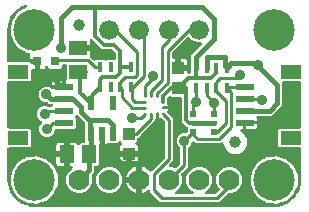
<source format=gbr>
G04 EAGLE Gerber RS-274X export*
G75*
%MOMM*%
%FSLAX34Y34*%
%LPD*%
%INTop Copper*%
%IPPOS*%
%AMOC8*
5,1,8,0,0,1.08239X$1,22.5*%
G01*
%ADD10R,1.240000X1.500000*%
%ADD11R,0.550000X1.200000*%
%ADD12R,1.500000X1.200000*%
%ADD13R,1.000000X1.075000*%
%ADD14R,0.450000X0.900000*%
%ADD15R,0.500000X0.500000*%
%ADD16R,0.500000X0.400000*%
%ADD17C,1.778000*%
%ADD18C,3.516000*%
%ADD19R,1.550000X0.600000*%
%ADD20R,1.800000X1.200000*%
%ADD21C,1.000000*%
%ADD22R,0.800000X0.800000*%
%ADD23R,0.275000X0.250000*%
%ADD24R,0.250000X0.275000*%
%ADD25C,1.676400*%
%ADD26C,0.906400*%
%ADD27C,0.406400*%
%ADD28C,0.254000*%
%ADD29C,0.889000*%
%ADD30C,0.304800*%
%ADD31C,0.203200*%

G36*
X228622Y2543D02*
X228622Y2543D01*
X228700Y2545D01*
X232077Y2810D01*
X232145Y2824D01*
X232214Y2829D01*
X232370Y2869D01*
X238794Y4956D01*
X238901Y5006D01*
X239012Y5050D01*
X239063Y5083D01*
X239082Y5091D01*
X239097Y5104D01*
X239148Y5136D01*
X244612Y9107D01*
X244699Y9188D01*
X244746Y9227D01*
X244752Y9231D01*
X244753Y9233D01*
X244791Y9264D01*
X244829Y9310D01*
X244844Y9324D01*
X244855Y9341D01*
X244893Y9387D01*
X246586Y11717D01*
X246599Y11741D01*
X246616Y11761D01*
X246675Y11879D01*
X246739Y11996D01*
X246746Y12022D01*
X246758Y12046D01*
X246785Y12174D01*
X246799Y12185D01*
X246823Y12196D01*
X246925Y12281D01*
X247031Y12361D01*
X247048Y12382D01*
X247068Y12398D01*
X247171Y12522D01*
X248864Y14852D01*
X248921Y14956D01*
X248985Y15056D01*
X249007Y15113D01*
X249017Y15131D01*
X249022Y15151D01*
X249044Y15206D01*
X251131Y21630D01*
X251144Y21698D01*
X251167Y21764D01*
X251190Y21923D01*
X251455Y25300D01*
X251455Y25304D01*
X251456Y25307D01*
X251455Y25326D01*
X251459Y25400D01*
X251459Y51598D01*
X251444Y51716D01*
X251437Y51835D01*
X251424Y51873D01*
X251419Y51914D01*
X251376Y52024D01*
X251339Y52137D01*
X251317Y52172D01*
X251302Y52209D01*
X251233Y52305D01*
X251169Y52406D01*
X251139Y52434D01*
X251116Y52467D01*
X251024Y52543D01*
X250937Y52624D01*
X250902Y52644D01*
X250871Y52669D01*
X250763Y52720D01*
X250659Y52778D01*
X250619Y52788D01*
X250583Y52805D01*
X250466Y52827D01*
X250351Y52857D01*
X250291Y52861D01*
X250271Y52865D01*
X250250Y52863D01*
X250190Y52867D01*
X232618Y52867D01*
X231427Y54058D01*
X231427Y67742D01*
X232618Y68933D01*
X250190Y68933D01*
X250308Y68948D01*
X250427Y68955D01*
X250465Y68968D01*
X250506Y68973D01*
X250616Y69016D01*
X250729Y69053D01*
X250764Y69075D01*
X250801Y69090D01*
X250897Y69159D01*
X250998Y69223D01*
X251026Y69253D01*
X251059Y69276D01*
X251135Y69368D01*
X251216Y69455D01*
X251236Y69490D01*
X251261Y69521D01*
X251312Y69629D01*
X251370Y69733D01*
X251380Y69773D01*
X251397Y69809D01*
X251419Y69926D01*
X251449Y70041D01*
X251453Y70101D01*
X251457Y70121D01*
X251455Y70142D01*
X251459Y70202D01*
X251459Y107598D01*
X251444Y107716D01*
X251437Y107835D01*
X251424Y107873D01*
X251419Y107914D01*
X251376Y108024D01*
X251339Y108137D01*
X251317Y108172D01*
X251302Y108209D01*
X251233Y108305D01*
X251169Y108406D01*
X251139Y108434D01*
X251116Y108467D01*
X251024Y108543D01*
X250937Y108624D01*
X250902Y108644D01*
X250871Y108669D01*
X250763Y108720D01*
X250659Y108778D01*
X250619Y108788D01*
X250583Y108805D01*
X250466Y108827D01*
X250351Y108857D01*
X250291Y108861D01*
X250271Y108865D01*
X250250Y108863D01*
X250190Y108867D01*
X236474Y108867D01*
X236356Y108852D01*
X236237Y108845D01*
X236199Y108832D01*
X236158Y108827D01*
X236048Y108784D01*
X235935Y108747D01*
X235900Y108725D01*
X235863Y108710D01*
X235767Y108641D01*
X235666Y108577D01*
X235638Y108547D01*
X235605Y108524D01*
X235529Y108432D01*
X235448Y108345D01*
X235428Y108310D01*
X235403Y108279D01*
X235352Y108171D01*
X235294Y108067D01*
X235284Y108027D01*
X235267Y107991D01*
X235245Y107874D01*
X235215Y107759D01*
X235211Y107699D01*
X235207Y107679D01*
X235209Y107658D01*
X235205Y107598D01*
X235205Y88486D01*
X226554Y79835D01*
X214647Y79835D01*
X214516Y79819D01*
X214384Y79808D01*
X214359Y79799D01*
X214332Y79795D01*
X214209Y79747D01*
X214084Y79703D01*
X214061Y79688D01*
X214036Y79678D01*
X213929Y79601D01*
X213819Y79527D01*
X213801Y79507D01*
X213779Y79492D01*
X213694Y79389D01*
X213606Y79291D01*
X213593Y79267D01*
X213576Y79247D01*
X213520Y79127D01*
X213458Y79009D01*
X213452Y78983D01*
X213441Y78959D01*
X213416Y78829D01*
X213385Y78700D01*
X213386Y78673D01*
X213381Y78647D01*
X213389Y78515D01*
X213392Y78382D01*
X213399Y78356D01*
X213401Y78329D01*
X213441Y78203D01*
X213477Y78076D01*
X213494Y78041D01*
X213499Y78027D01*
X213510Y78008D01*
X213548Y77931D01*
X213578Y77881D01*
X213751Y77234D01*
X213751Y75399D01*
X203690Y75399D01*
X203572Y75384D01*
X203453Y75377D01*
X203415Y75364D01*
X203375Y75359D01*
X203264Y75316D01*
X203151Y75279D01*
X203117Y75257D01*
X203079Y75242D01*
X202983Y75173D01*
X202882Y75109D01*
X202854Y75079D01*
X202822Y75056D01*
X202746Y74964D01*
X202664Y74877D01*
X202645Y74842D01*
X202619Y74811D01*
X202599Y74768D01*
X202522Y74712D01*
X202422Y74649D01*
X202394Y74619D01*
X202361Y74595D01*
X202285Y74504D01*
X202204Y74417D01*
X202184Y74382D01*
X202159Y74350D01*
X202108Y74243D01*
X202050Y74138D01*
X202040Y74099D01*
X202023Y74063D01*
X202001Y73946D01*
X201971Y73830D01*
X201967Y73770D01*
X201963Y73750D01*
X201965Y73730D01*
X201961Y73670D01*
X201961Y68359D01*
X201123Y68359D01*
X200979Y68341D01*
X200834Y68326D01*
X200821Y68321D01*
X200808Y68319D01*
X200673Y68266D01*
X200536Y68215D01*
X200525Y68207D01*
X200512Y68202D01*
X200394Y68117D01*
X200275Y68034D01*
X200266Y68024D01*
X200255Y68016D01*
X200162Y67903D01*
X200067Y67793D01*
X200061Y67781D01*
X200052Y67771D01*
X199990Y67639D01*
X199925Y67508D01*
X199922Y67495D01*
X199916Y67483D01*
X199889Y67341D01*
X199859Y67197D01*
X199859Y67184D01*
X199857Y67171D01*
X199866Y67026D01*
X199872Y66880D01*
X199876Y66867D01*
X199876Y66853D01*
X199921Y66715D01*
X199963Y66575D01*
X199970Y66563D01*
X199974Y66551D01*
X200052Y66427D01*
X200128Y66303D01*
X200137Y66293D01*
X200145Y66282D01*
X200251Y66182D01*
X200355Y66080D01*
X200370Y66070D01*
X200376Y66064D01*
X200391Y66056D01*
X200489Y65991D01*
X202901Y64598D01*
X205581Y59957D01*
X205581Y54597D01*
X202901Y49956D01*
X198260Y47276D01*
X192900Y47276D01*
X188259Y49956D01*
X185579Y54597D01*
X185579Y55924D01*
X185562Y56062D01*
X185549Y56201D01*
X185542Y56220D01*
X185539Y56240D01*
X185488Y56369D01*
X185441Y56500D01*
X185430Y56517D01*
X185422Y56535D01*
X185341Y56648D01*
X185263Y56763D01*
X185247Y56776D01*
X185236Y56793D01*
X185128Y56882D01*
X185024Y56974D01*
X185006Y56983D01*
X184991Y56996D01*
X184865Y57055D01*
X184741Y57118D01*
X184721Y57123D01*
X184703Y57131D01*
X184566Y57157D01*
X184431Y57188D01*
X184410Y57187D01*
X184391Y57191D01*
X184252Y57182D01*
X184113Y57178D01*
X184093Y57172D01*
X184073Y57171D01*
X183941Y57128D01*
X183807Y57090D01*
X183790Y57079D01*
X183771Y57073D01*
X183653Y56999D01*
X183533Y56928D01*
X183512Y56910D01*
X183502Y56903D01*
X183488Y56888D01*
X183413Y56822D01*
X182978Y56387D01*
X162462Y56387D01*
X161119Y57730D01*
X161080Y57760D01*
X161047Y57797D01*
X160955Y57857D01*
X160868Y57925D01*
X160822Y57945D01*
X160781Y57972D01*
X160677Y58008D01*
X160576Y58051D01*
X160527Y58059D01*
X160480Y58075D01*
X160371Y58084D01*
X160262Y58101D01*
X160213Y58096D01*
X160163Y58100D01*
X160055Y58082D01*
X159945Y58071D01*
X159899Y58054D01*
X159850Y58046D01*
X159750Y58001D01*
X159646Y57964D01*
X159605Y57936D01*
X159560Y57915D01*
X159474Y57847D01*
X159383Y57785D01*
X159350Y57748D01*
X159311Y57717D01*
X159245Y57629D01*
X159173Y57547D01*
X159150Y57502D01*
X159120Y57463D01*
X159049Y57318D01*
X157965Y54701D01*
X156074Y52811D01*
X156014Y52732D01*
X155946Y52660D01*
X155917Y52607D01*
X155880Y52559D01*
X155840Y52468D01*
X155792Y52382D01*
X155777Y52323D01*
X155753Y52267D01*
X155738Y52169D01*
X155713Y52074D01*
X155707Y51974D01*
X155703Y51953D01*
X155705Y51941D01*
X155703Y51913D01*
X155703Y36732D01*
X150028Y31057D01*
X150009Y31033D01*
X149987Y31014D01*
X149912Y30908D01*
X149833Y30806D01*
X149821Y30778D01*
X149804Y30754D01*
X149758Y30633D01*
X149706Y30514D01*
X149702Y30485D01*
X149691Y30457D01*
X149677Y30328D01*
X149656Y30200D01*
X149659Y30170D01*
X149656Y30141D01*
X149674Y30012D01*
X149686Y29883D01*
X149696Y29855D01*
X149700Y29826D01*
X149752Y29674D01*
X150623Y27573D01*
X150623Y23227D01*
X148960Y19213D01*
X145887Y16140D01*
X145319Y15905D01*
X145258Y15870D01*
X145193Y15844D01*
X145120Y15792D01*
X145042Y15747D01*
X144992Y15699D01*
X144936Y15658D01*
X144878Y15588D01*
X144814Y15526D01*
X144777Y15466D01*
X144733Y15413D01*
X144695Y15331D01*
X144648Y15255D01*
X144627Y15188D01*
X144597Y15125D01*
X144580Y15037D01*
X144554Y14951D01*
X144551Y14881D01*
X144538Y14812D01*
X144543Y14723D01*
X144539Y14633D01*
X144553Y14565D01*
X144557Y14495D01*
X144585Y14410D01*
X144603Y14322D01*
X144634Y14259D01*
X144655Y14193D01*
X144703Y14117D01*
X144743Y14036D01*
X144788Y13983D01*
X144825Y13924D01*
X144891Y13862D01*
X144949Y13794D01*
X145006Y13754D01*
X145057Y13706D01*
X145136Y13663D01*
X145209Y13611D01*
X145274Y13586D01*
X145336Y13552D01*
X145423Y13530D01*
X145507Y13498D01*
X145576Y13490D01*
X145644Y13473D01*
X145804Y13463D01*
X158996Y13463D01*
X159065Y13471D01*
X159135Y13470D01*
X159222Y13491D01*
X159311Y13503D01*
X159376Y13528D01*
X159444Y13545D01*
X159524Y13587D01*
X159607Y13620D01*
X159663Y13661D01*
X159725Y13693D01*
X159792Y13754D01*
X159864Y13806D01*
X159909Y13860D01*
X159961Y13907D01*
X160010Y13982D01*
X160067Y14051D01*
X160097Y14114D01*
X160135Y14173D01*
X160164Y14258D01*
X160203Y14339D01*
X160216Y14408D01*
X160238Y14474D01*
X160246Y14563D01*
X160262Y14651D01*
X160258Y14721D01*
X160264Y14791D01*
X160248Y14879D01*
X160243Y14969D01*
X160221Y15035D01*
X160209Y15104D01*
X160172Y15186D01*
X160145Y15271D01*
X160107Y15330D01*
X160079Y15394D01*
X160023Y15464D01*
X159975Y15540D01*
X159924Y15588D01*
X159880Y15642D01*
X159808Y15696D01*
X159743Y15758D01*
X159682Y15792D01*
X159626Y15834D01*
X159481Y15905D01*
X158913Y16140D01*
X155840Y19213D01*
X154177Y23227D01*
X154177Y27573D01*
X155840Y31587D01*
X158913Y34660D01*
X162927Y36323D01*
X167273Y36323D01*
X171287Y34660D01*
X174360Y31587D01*
X176023Y27573D01*
X176023Y23227D01*
X174360Y19213D01*
X171287Y16140D01*
X170719Y15905D01*
X170658Y15870D01*
X170593Y15844D01*
X170520Y15792D01*
X170442Y15747D01*
X170392Y15699D01*
X170336Y15658D01*
X170278Y15588D01*
X170214Y15526D01*
X170177Y15466D01*
X170133Y15413D01*
X170095Y15331D01*
X170048Y15255D01*
X170027Y15188D01*
X169997Y15125D01*
X169980Y15037D01*
X169954Y14951D01*
X169951Y14881D01*
X169938Y14812D01*
X169943Y14723D01*
X169939Y14633D01*
X169953Y14565D01*
X169957Y14495D01*
X169985Y14410D01*
X170003Y14322D01*
X170034Y14259D01*
X170055Y14193D01*
X170103Y14117D01*
X170143Y14036D01*
X170188Y13983D01*
X170225Y13924D01*
X170291Y13862D01*
X170349Y13794D01*
X170406Y13754D01*
X170457Y13706D01*
X170536Y13663D01*
X170609Y13611D01*
X170674Y13586D01*
X170736Y13552D01*
X170823Y13530D01*
X170907Y13498D01*
X170976Y13490D01*
X171044Y13473D01*
X171204Y13463D01*
X178446Y13463D01*
X178544Y13475D01*
X178643Y13478D01*
X178702Y13495D01*
X178762Y13503D01*
X178854Y13539D01*
X178949Y13567D01*
X179001Y13597D01*
X179057Y13620D01*
X179137Y13678D01*
X179223Y13728D01*
X179298Y13794D01*
X179315Y13806D01*
X179323Y13816D01*
X179344Y13834D01*
X182084Y16574D01*
X182157Y16669D01*
X182235Y16758D01*
X182254Y16794D01*
X182279Y16826D01*
X182326Y16935D01*
X182380Y17041D01*
X182389Y17080D01*
X182405Y17117D01*
X182424Y17235D01*
X182450Y17351D01*
X182448Y17392D01*
X182455Y17432D01*
X182444Y17550D01*
X182440Y17669D01*
X182429Y17708D01*
X182425Y17748D01*
X182385Y17860D01*
X182352Y17975D01*
X182331Y18009D01*
X182317Y18047D01*
X182250Y18146D01*
X182190Y18249D01*
X182150Y18294D01*
X182139Y18311D01*
X182123Y18324D01*
X182084Y18369D01*
X181240Y19213D01*
X179577Y23227D01*
X179577Y27573D01*
X181240Y31587D01*
X184313Y34660D01*
X188327Y36323D01*
X192673Y36323D01*
X196687Y34660D01*
X199760Y31587D01*
X201423Y27573D01*
X201423Y23227D01*
X199760Y19213D01*
X196687Y16140D01*
X192673Y14477D01*
X189854Y14477D01*
X189756Y14465D01*
X189657Y14462D01*
X189598Y14445D01*
X189538Y14437D01*
X189446Y14401D01*
X189351Y14373D01*
X189299Y14343D01*
X189243Y14320D01*
X189163Y14262D01*
X189077Y14212D01*
X189002Y14146D01*
X188985Y14134D01*
X188977Y14124D01*
X188956Y14106D01*
X181708Y6857D01*
X131982Y6857D01*
X123697Y15142D01*
X123697Y15607D01*
X123692Y15647D01*
X123695Y15687D01*
X123672Y15804D01*
X123657Y15923D01*
X123643Y15960D01*
X123635Y15999D01*
X123584Y16107D01*
X123540Y16219D01*
X123517Y16251D01*
X123500Y16287D01*
X123424Y16379D01*
X123354Y16476D01*
X123323Y16501D01*
X123298Y16532D01*
X123201Y16602D01*
X123109Y16679D01*
X123073Y16696D01*
X123040Y16719D01*
X122929Y16763D01*
X122821Y16814D01*
X122782Y16822D01*
X122745Y16836D01*
X122626Y16852D01*
X122509Y16874D01*
X122469Y16872D01*
X122429Y16877D01*
X122311Y16862D01*
X122191Y16854D01*
X122153Y16842D01*
X122114Y16837D01*
X122002Y16793D01*
X121889Y16756D01*
X121855Y16735D01*
X121818Y16720D01*
X121682Y16634D01*
X120291Y15624D01*
X118688Y14807D01*
X116977Y14251D01*
X116799Y14223D01*
X116799Y24170D01*
X116784Y24288D01*
X116777Y24407D01*
X116764Y24445D01*
X116759Y24485D01*
X116716Y24596D01*
X116679Y24709D01*
X116657Y24743D01*
X116642Y24781D01*
X116573Y24877D01*
X116509Y24978D01*
X116479Y25006D01*
X116456Y25038D01*
X116364Y25114D01*
X116277Y25196D01*
X116242Y25215D01*
X116211Y25241D01*
X116103Y25292D01*
X115999Y25349D01*
X115959Y25359D01*
X115923Y25377D01*
X115816Y25397D01*
X115846Y25401D01*
X115956Y25445D01*
X116069Y25481D01*
X116104Y25503D01*
X116141Y25518D01*
X116237Y25588D01*
X116338Y25651D01*
X116366Y25681D01*
X116399Y25705D01*
X116475Y25796D01*
X116556Y25883D01*
X116576Y25918D01*
X116601Y25950D01*
X116652Y26057D01*
X116710Y26162D01*
X116720Y26201D01*
X116737Y26237D01*
X116759Y26354D01*
X116789Y26470D01*
X116793Y26530D01*
X116797Y26550D01*
X116795Y26570D01*
X116797Y26576D01*
X116796Y26583D01*
X116799Y26630D01*
X116799Y36577D01*
X116977Y36549D01*
X118688Y35993D01*
X120291Y35177D01*
X121747Y34119D01*
X122960Y32906D01*
X123054Y32833D01*
X123143Y32754D01*
X123179Y32735D01*
X123211Y32711D01*
X123320Y32663D01*
X123426Y32609D01*
X123466Y32600D01*
X123503Y32584D01*
X123621Y32566D01*
X123737Y32540D01*
X123777Y32541D01*
X123817Y32534D01*
X123936Y32546D01*
X124055Y32549D01*
X124093Y32561D01*
X124134Y32564D01*
X124246Y32605D01*
X124360Y32638D01*
X124395Y32658D01*
X124433Y32672D01*
X124532Y32739D01*
X124634Y32799D01*
X124679Y32839D01*
X124696Y32850D01*
X124710Y32866D01*
X124755Y32906D01*
X136026Y44176D01*
X136086Y44255D01*
X136154Y44327D01*
X136183Y44380D01*
X136220Y44428D01*
X136260Y44519D01*
X136308Y44605D01*
X136323Y44664D01*
X136347Y44719D01*
X136362Y44817D01*
X136387Y44913D01*
X136393Y45013D01*
X136397Y45034D01*
X136395Y45046D01*
X136397Y45074D01*
X136397Y74306D01*
X136385Y74404D01*
X136382Y74503D01*
X136365Y74562D01*
X136357Y74622D01*
X136321Y74714D01*
X136293Y74809D01*
X136263Y74861D01*
X136240Y74917D01*
X136182Y74997D01*
X136132Y75083D01*
X136066Y75158D01*
X136054Y75175D01*
X136044Y75183D01*
X136026Y75204D01*
X133587Y77643D01*
X133498Y77712D01*
X133414Y77787D01*
X133373Y77809D01*
X133335Y77838D01*
X133232Y77882D01*
X133133Y77934D01*
X133087Y77945D01*
X133043Y77964D01*
X132932Y77982D01*
X132823Y78007D01*
X132776Y78006D01*
X132729Y78014D01*
X132617Y78003D01*
X132505Y78001D01*
X132460Y77988D01*
X132413Y77984D01*
X132307Y77946D01*
X132199Y77916D01*
X132134Y77884D01*
X132113Y77876D01*
X132098Y77866D01*
X132054Y77844D01*
X131731Y77657D01*
X131084Y77484D01*
X130769Y77484D01*
X130769Y81400D01*
X130754Y81518D01*
X130747Y81637D01*
X130735Y81675D01*
X130730Y81715D01*
X130686Y81826D01*
X130649Y81939D01*
X130627Y81973D01*
X130613Y82011D01*
X130543Y82107D01*
X130479Y82208D01*
X130449Y82236D01*
X130426Y82268D01*
X130334Y82344D01*
X130247Y82426D01*
X130212Y82445D01*
X130181Y82471D01*
X130073Y82522D01*
X129969Y82579D01*
X129930Y82589D01*
X129893Y82607D01*
X129776Y82629D01*
X129661Y82659D01*
X129601Y82663D01*
X129581Y82666D01*
X129580Y82666D01*
X129560Y82665D01*
X129500Y82669D01*
X129382Y82654D01*
X129263Y82647D01*
X129224Y82634D01*
X129184Y82629D01*
X129074Y82585D01*
X128960Y82549D01*
X128926Y82527D01*
X128889Y82512D01*
X128792Y82442D01*
X128692Y82378D01*
X128664Y82349D01*
X128631Y82325D01*
X128555Y82233D01*
X128474Y82147D01*
X128454Y82111D01*
X128428Y82080D01*
X128378Y81973D01*
X128320Y81868D01*
X128310Y81829D01*
X128293Y81793D01*
X128271Y81676D01*
X128241Y81560D01*
X128237Y81500D01*
X128233Y81480D01*
X128234Y81460D01*
X128231Y81400D01*
X128231Y77160D01*
X128203Y77141D01*
X128127Y77049D01*
X128046Y76962D01*
X128026Y76927D01*
X128001Y76896D01*
X127950Y76788D01*
X127892Y76684D01*
X127882Y76644D01*
X127865Y76608D01*
X127843Y76491D01*
X127813Y76376D01*
X127809Y76316D01*
X127805Y76296D01*
X127807Y76275D01*
X127803Y76215D01*
X127803Y75752D01*
X115434Y63384D01*
X112814Y60764D01*
X112754Y60685D01*
X112686Y60613D01*
X112657Y60560D01*
X112620Y60512D01*
X112580Y60421D01*
X112532Y60335D01*
X112517Y60276D01*
X112493Y60221D01*
X112478Y60123D01*
X112453Y60027D01*
X112447Y59927D01*
X112443Y59907D01*
X112445Y59894D01*
X112443Y59866D01*
X112443Y58163D01*
X111300Y57020D01*
X111223Y56921D01*
X111140Y56826D01*
X111125Y56795D01*
X111105Y56769D01*
X111055Y56653D01*
X110999Y56541D01*
X110992Y56508D01*
X110978Y56477D01*
X110959Y56353D01*
X110932Y56230D01*
X110934Y56196D01*
X110929Y56163D01*
X110940Y56037D01*
X110946Y55912D01*
X110955Y55880D01*
X110958Y55846D01*
X111001Y55728D01*
X111037Y55607D01*
X111055Y55579D01*
X111066Y55547D01*
X111137Y55443D01*
X111202Y55335D01*
X111226Y55312D01*
X111245Y55284D01*
X111339Y55200D01*
X111429Y55112D01*
X111469Y55086D01*
X111483Y55073D01*
X111502Y55063D01*
X111563Y55023D01*
X111970Y54788D01*
X112443Y54315D01*
X112778Y53736D01*
X112951Y53089D01*
X112951Y49879D01*
X106640Y49879D01*
X106522Y49864D01*
X106403Y49857D01*
X106365Y49844D01*
X106325Y49839D01*
X106214Y49796D01*
X106101Y49759D01*
X106067Y49737D01*
X106029Y49722D01*
X105933Y49653D01*
X105832Y49589D01*
X105804Y49559D01*
X105772Y49536D01*
X105696Y49444D01*
X105614Y49357D01*
X105595Y49322D01*
X105569Y49291D01*
X105518Y49183D01*
X105461Y49079D01*
X105451Y49039D01*
X105433Y49003D01*
X105413Y48896D01*
X105409Y48926D01*
X105365Y49036D01*
X105329Y49149D01*
X105307Y49184D01*
X105292Y49221D01*
X105222Y49317D01*
X105159Y49418D01*
X105129Y49446D01*
X105105Y49479D01*
X105014Y49555D01*
X104927Y49636D01*
X104892Y49656D01*
X104860Y49681D01*
X104753Y49732D01*
X104648Y49790D01*
X104609Y49800D01*
X104573Y49817D01*
X104456Y49839D01*
X104340Y49869D01*
X104280Y49873D01*
X104260Y49877D01*
X104240Y49875D01*
X104180Y49879D01*
X97869Y49879D01*
X97869Y53089D01*
X98042Y53736D01*
X98377Y54315D01*
X98850Y54788D01*
X99257Y55023D01*
X99357Y55099D01*
X99462Y55170D01*
X99484Y55195D01*
X99511Y55216D01*
X99589Y55314D01*
X99672Y55408D01*
X99687Y55438D01*
X99708Y55465D01*
X99759Y55579D01*
X99817Y55692D01*
X99824Y55724D01*
X99838Y55755D01*
X99859Y55879D01*
X99886Y56002D01*
X99885Y56036D01*
X99891Y56069D01*
X99880Y56194D01*
X99877Y56320D01*
X99867Y56352D01*
X99864Y56386D01*
X99823Y56504D01*
X99788Y56625D01*
X99771Y56654D01*
X99760Y56686D01*
X99691Y56791D01*
X99627Y56899D01*
X99594Y56936D01*
X99584Y56951D01*
X99568Y56966D01*
X99520Y57020D01*
X98771Y57770D01*
X98676Y57843D01*
X98587Y57922D01*
X98551Y57940D01*
X98519Y57965D01*
X98410Y58012D01*
X98304Y58066D01*
X98265Y58075D01*
X98227Y58091D01*
X98110Y58110D01*
X97994Y58136D01*
X97953Y58135D01*
X97913Y58141D01*
X97795Y58130D01*
X97676Y58126D01*
X97637Y58115D01*
X97597Y58111D01*
X97484Y58071D01*
X97370Y58038D01*
X97336Y58017D01*
X97297Y58004D01*
X97199Y57937D01*
X97096Y57876D01*
X97051Y57836D01*
X97034Y57825D01*
X97021Y57810D01*
X96976Y57770D01*
X95642Y56436D01*
X88433Y56436D01*
X88373Y56490D01*
X88337Y56508D01*
X88305Y56533D01*
X88196Y56580D01*
X88089Y56634D01*
X88050Y56643D01*
X88014Y56659D01*
X87896Y56678D01*
X87779Y56704D01*
X87739Y56702D01*
X87700Y56709D01*
X87581Y56698D01*
X87461Y56694D01*
X87423Y56683D01*
X87383Y56679D01*
X87271Y56639D01*
X87156Y56605D01*
X87121Y56585D01*
X87084Y56571D01*
X87014Y56524D01*
X87005Y56519D01*
X86281Y56101D01*
X85634Y55928D01*
X83924Y55928D01*
X83924Y64364D01*
X83909Y64482D01*
X83902Y64601D01*
X83889Y64639D01*
X83884Y64679D01*
X83841Y64790D01*
X83804Y64903D01*
X83782Y64937D01*
X83767Y64975D01*
X83698Y65071D01*
X83634Y65172D01*
X83604Y65200D01*
X83581Y65232D01*
X83489Y65308D01*
X83402Y65390D01*
X83367Y65409D01*
X83336Y65435D01*
X83228Y65486D01*
X83124Y65543D01*
X83084Y65553D01*
X83048Y65571D01*
X82931Y65593D01*
X82816Y65623D01*
X82756Y65627D01*
X82736Y65630D01*
X82715Y65629D01*
X82655Y65633D01*
X82445Y65633D01*
X82327Y65618D01*
X82208Y65611D01*
X82170Y65598D01*
X82129Y65593D01*
X82019Y65549D01*
X81906Y65513D01*
X81871Y65491D01*
X81834Y65476D01*
X81737Y65406D01*
X81637Y65343D01*
X81609Y65313D01*
X81576Y65289D01*
X81500Y65198D01*
X81419Y65111D01*
X81399Y65076D01*
X81374Y65044D01*
X81323Y64937D01*
X81265Y64832D01*
X81255Y64793D01*
X81238Y64757D01*
X81216Y64640D01*
X81186Y64524D01*
X81182Y64464D01*
X81178Y64444D01*
X81180Y64424D01*
X81176Y64364D01*
X81176Y55921D01*
X81114Y55913D01*
X80995Y55906D01*
X80957Y55893D01*
X80916Y55888D01*
X80806Y55845D01*
X80693Y55808D01*
X80658Y55786D01*
X80621Y55771D01*
X80525Y55702D01*
X80424Y55638D01*
X80396Y55608D01*
X80363Y55585D01*
X80287Y55493D01*
X80206Y55406D01*
X80186Y55371D01*
X80161Y55340D01*
X80110Y55232D01*
X80052Y55128D01*
X80042Y55088D01*
X80025Y55052D01*
X80003Y54935D01*
X79973Y54820D01*
X79969Y54760D01*
X79965Y54740D01*
X79967Y54719D01*
X79963Y54659D01*
X79963Y38648D01*
X78772Y37457D01*
X77064Y37457D01*
X76946Y37442D01*
X76827Y37435D01*
X76789Y37422D01*
X76748Y37417D01*
X76638Y37374D01*
X76525Y37337D01*
X76490Y37315D01*
X76453Y37300D01*
X76357Y37231D01*
X76256Y37167D01*
X76228Y37137D01*
X76195Y37114D01*
X76119Y37022D01*
X76038Y36935D01*
X76018Y36900D01*
X75993Y36869D01*
X75942Y36761D01*
X75884Y36657D01*
X75874Y36617D01*
X75857Y36581D01*
X75835Y36464D01*
X75805Y36349D01*
X75801Y36289D01*
X75797Y36269D01*
X75799Y36248D01*
X75795Y36188D01*
X75795Y31946D01*
X74143Y30295D01*
X74125Y30271D01*
X74103Y30252D01*
X74028Y30146D01*
X73948Y30044D01*
X73937Y30016D01*
X73920Y29992D01*
X73874Y29871D01*
X73822Y29752D01*
X73817Y29723D01*
X73807Y29695D01*
X73792Y29566D01*
X73772Y29438D01*
X73775Y29408D01*
X73772Y29379D01*
X73790Y29250D01*
X73802Y29121D01*
X73812Y29093D01*
X73816Y29064D01*
X73868Y28912D01*
X74423Y27573D01*
X74423Y23227D01*
X72760Y19213D01*
X69687Y16140D01*
X65673Y14477D01*
X61327Y14477D01*
X57313Y16140D01*
X54240Y19213D01*
X52577Y23227D01*
X52577Y27573D01*
X54240Y31587D01*
X57435Y34783D01*
X57521Y34892D01*
X57609Y34999D01*
X57618Y35018D01*
X57630Y35034D01*
X57686Y35162D01*
X57745Y35287D01*
X57749Y35307D01*
X57757Y35326D01*
X57779Y35464D01*
X57805Y35600D01*
X57803Y35620D01*
X57807Y35640D01*
X57794Y35779D01*
X57785Y35917D01*
X57779Y35936D01*
X57777Y35956D01*
X57730Y36088D01*
X57687Y36219D01*
X57676Y36237D01*
X57669Y36256D01*
X57591Y36371D01*
X57517Y36488D01*
X57502Y36502D01*
X57491Y36519D01*
X57386Y36611D01*
X57285Y36706D01*
X57267Y36716D01*
X57252Y36729D01*
X57128Y36793D01*
X57007Y36860D01*
X56987Y36865D01*
X56969Y36874D01*
X56833Y36904D01*
X56699Y36939D01*
X56671Y36941D01*
X56659Y36944D01*
X56638Y36943D01*
X56538Y36949D01*
X55269Y36949D01*
X55269Y45720D01*
X55254Y45838D01*
X55247Y45957D01*
X55234Y45995D01*
X55229Y46035D01*
X55185Y46146D01*
X55149Y46259D01*
X55127Y46294D01*
X55112Y46331D01*
X55042Y46427D01*
X54979Y46528D01*
X54949Y46556D01*
X54925Y46588D01*
X54834Y46664D01*
X54747Y46746D01*
X54712Y46765D01*
X54680Y46791D01*
X54573Y46842D01*
X54469Y46899D01*
X54429Y46910D01*
X54393Y46927D01*
X54276Y46949D01*
X54161Y46979D01*
X54100Y46983D01*
X54080Y46987D01*
X54060Y46985D01*
X54000Y46989D01*
X52729Y46989D01*
X52729Y46991D01*
X54000Y46991D01*
X54118Y47006D01*
X54237Y47013D01*
X54275Y47026D01*
X54315Y47031D01*
X54426Y47075D01*
X54539Y47111D01*
X54574Y47133D01*
X54611Y47148D01*
X54707Y47218D01*
X54808Y47281D01*
X54836Y47311D01*
X54868Y47335D01*
X54944Y47426D01*
X55026Y47513D01*
X55045Y47548D01*
X55071Y47580D01*
X55122Y47687D01*
X55179Y47791D01*
X55190Y47831D01*
X55207Y47867D01*
X55229Y47984D01*
X55259Y48099D01*
X55263Y48160D01*
X55267Y48180D01*
X55265Y48200D01*
X55269Y48260D01*
X55269Y57031D01*
X59264Y57031D01*
X59911Y56858D01*
X60490Y56523D01*
X60963Y56050D01*
X61326Y55421D01*
X61402Y55321D01*
X61473Y55217D01*
X61498Y55194D01*
X61519Y55167D01*
X61617Y55089D01*
X61711Y55006D01*
X61741Y54991D01*
X61768Y54970D01*
X61883Y54919D01*
X61995Y54861D01*
X62028Y54854D01*
X62058Y54840D01*
X62182Y54819D01*
X62305Y54792D01*
X62339Y54793D01*
X62372Y54787D01*
X62497Y54798D01*
X62623Y54801D01*
X62655Y54811D01*
X62689Y54814D01*
X62807Y54855D01*
X62928Y54890D01*
X62957Y54907D01*
X62989Y54918D01*
X63094Y54988D01*
X63202Y55051D01*
X63239Y55084D01*
X63254Y55094D01*
X63269Y55110D01*
X63323Y55158D01*
X64688Y56523D01*
X66998Y56523D01*
X67116Y56538D01*
X67235Y56545D01*
X67273Y56558D01*
X67314Y56563D01*
X67424Y56606D01*
X67537Y56643D01*
X67572Y56665D01*
X67609Y56680D01*
X67705Y56749D01*
X67806Y56813D01*
X67834Y56843D01*
X67867Y56866D01*
X67943Y56958D01*
X68024Y57045D01*
X68044Y57080D01*
X68069Y57111D01*
X68120Y57219D01*
X68178Y57323D01*
X68188Y57363D01*
X68205Y57399D01*
X68227Y57516D01*
X68257Y57631D01*
X68261Y57691D01*
X68265Y57711D01*
X68263Y57732D01*
X68267Y57792D01*
X68267Y71523D01*
X68275Y71540D01*
X68290Y71638D01*
X68315Y71734D01*
X68321Y71834D01*
X68325Y71854D01*
X68323Y71867D01*
X68325Y71895D01*
X68325Y73154D01*
X68313Y73252D01*
X68310Y73351D01*
X68293Y73410D01*
X68285Y73470D01*
X68249Y73562D01*
X68221Y73657D01*
X68191Y73709D01*
X68168Y73765D01*
X68110Y73845D01*
X68060Y73931D01*
X67994Y74006D01*
X67982Y74023D01*
X67972Y74031D01*
X67954Y74052D01*
X62032Y79973D01*
X61938Y80046D01*
X61849Y80124D01*
X61813Y80143D01*
X61781Y80168D01*
X61672Y80215D01*
X61566Y80269D01*
X61527Y80278D01*
X61489Y80294D01*
X61372Y80313D01*
X61256Y80339D01*
X61215Y80338D01*
X61175Y80344D01*
X61057Y80333D01*
X60938Y80329D01*
X60899Y80318D01*
X60859Y80314D01*
X60747Y80274D01*
X60632Y80241D01*
X60597Y80220D01*
X60559Y80206D01*
X60461Y80140D01*
X60358Y80079D01*
X60313Y80039D01*
X60296Y80028D01*
X60283Y80013D01*
X60238Y79973D01*
X60062Y79798D01*
X59989Y79704D01*
X59910Y79614D01*
X59892Y79578D01*
X59867Y79546D01*
X59820Y79437D01*
X59766Y79331D01*
X59757Y79292D01*
X59741Y79254D01*
X59722Y79137D01*
X59696Y79021D01*
X59697Y78980D01*
X59691Y78940D01*
X59702Y78822D01*
X59706Y78703D01*
X59717Y78664D01*
X59721Y78624D01*
X59761Y78512D01*
X59794Y78397D01*
X59815Y78363D01*
X59828Y78324D01*
X59895Y78226D01*
X59956Y78123D01*
X59996Y78078D01*
X60007Y78061D01*
X60022Y78048D01*
X60062Y78003D01*
X60323Y77742D01*
X60323Y70058D01*
X59132Y68867D01*
X43902Y68867D01*
X43784Y68852D01*
X43665Y68845D01*
X43627Y68832D01*
X43586Y68827D01*
X43476Y68784D01*
X43363Y68747D01*
X43328Y68725D01*
X43291Y68710D01*
X43195Y68641D01*
X43094Y68577D01*
X43066Y68547D01*
X43033Y68524D01*
X42957Y68432D01*
X42876Y68345D01*
X42856Y68310D01*
X42831Y68279D01*
X42780Y68171D01*
X42722Y68067D01*
X42712Y68027D01*
X42695Y67991D01*
X42673Y67874D01*
X42643Y67759D01*
X42639Y67699D01*
X42635Y67679D01*
X42637Y67658D01*
X42633Y67598D01*
X42633Y67274D01*
X41633Y64861D01*
X39787Y63015D01*
X37374Y62015D01*
X34762Y62015D01*
X32349Y63015D01*
X30503Y64861D01*
X29503Y67274D01*
X29503Y69886D01*
X30503Y72299D01*
X31567Y73363D01*
X31598Y73402D01*
X31634Y73436D01*
X31695Y73528D01*
X31762Y73614D01*
X31782Y73660D01*
X31809Y73702D01*
X31845Y73806D01*
X31889Y73906D01*
X31896Y73955D01*
X31912Y74002D01*
X31921Y74112D01*
X31938Y74220D01*
X31934Y74270D01*
X31938Y74319D01*
X31919Y74427D01*
X31909Y74537D01*
X31892Y74584D01*
X31883Y74633D01*
X31838Y74733D01*
X31801Y74836D01*
X31773Y74877D01*
X31753Y74923D01*
X31684Y75008D01*
X31622Y75099D01*
X31585Y75132D01*
X31554Y75171D01*
X31466Y75237D01*
X31384Y75310D01*
X31340Y75332D01*
X31300Y75362D01*
X31155Y75433D01*
X30543Y75687D01*
X28697Y77533D01*
X27697Y79946D01*
X27697Y82558D01*
X28697Y84971D01*
X30543Y86817D01*
X32956Y87817D01*
X35568Y87817D01*
X36817Y87299D01*
X36826Y87297D01*
X36834Y87292D01*
X36979Y87255D01*
X37124Y87215D01*
X37133Y87215D01*
X37142Y87213D01*
X37303Y87203D01*
X39692Y87203D01*
X39790Y87215D01*
X39889Y87218D01*
X39948Y87235D01*
X40008Y87243D01*
X40100Y87279D01*
X40195Y87306D01*
X40247Y87337D01*
X40303Y87360D01*
X40383Y87418D01*
X40469Y87468D01*
X40544Y87534D01*
X40561Y87546D01*
X40569Y87556D01*
X40590Y87574D01*
X40684Y87668D01*
X40769Y87778D01*
X40858Y87885D01*
X40866Y87904D01*
X40879Y87920D01*
X40934Y88047D01*
X40993Y88173D01*
X40997Y88193D01*
X41005Y88211D01*
X41027Y88349D01*
X41053Y88486D01*
X41052Y88506D01*
X41055Y88526D01*
X41042Y88664D01*
X41033Y88803D01*
X41027Y88822D01*
X41025Y88842D01*
X40978Y88973D01*
X40935Y89105D01*
X40924Y89122D01*
X40918Y89141D01*
X40840Y89256D01*
X40765Y89374D01*
X40750Y89388D01*
X40739Y89405D01*
X40635Y89496D01*
X40533Y89592D01*
X40516Y89602D01*
X40501Y89615D01*
X40377Y89678D01*
X40255Y89746D01*
X40235Y89751D01*
X40217Y89760D01*
X40082Y89790D01*
X39947Y89825D01*
X39919Y89827D01*
X39907Y89829D01*
X39887Y89829D01*
X39786Y89835D01*
X37766Y89835D01*
X36748Y90854D01*
X36670Y90914D01*
X36598Y90982D01*
X36545Y91011D01*
X36497Y91048D01*
X36406Y91088D01*
X36319Y91136D01*
X36261Y91151D01*
X36205Y91175D01*
X36107Y91190D01*
X36011Y91215D01*
X35911Y91221D01*
X35891Y91225D01*
X35879Y91223D01*
X35851Y91225D01*
X34254Y91225D01*
X31841Y92225D01*
X29995Y94071D01*
X28995Y96484D01*
X28995Y99096D01*
X29995Y101509D01*
X31841Y103355D01*
X34254Y104355D01*
X36866Y104355D01*
X38494Y103680D01*
X38542Y103667D01*
X38587Y103646D01*
X38695Y103625D01*
X38801Y103596D01*
X38851Y103595D01*
X38900Y103586D01*
X39009Y103593D01*
X39119Y103591D01*
X39148Y103598D01*
X39150Y103591D01*
X39224Y103473D01*
X39295Y103353D01*
X39314Y103332D01*
X39320Y103322D01*
X39335Y103308D01*
X39401Y103232D01*
X39862Y102772D01*
X39940Y102712D01*
X40012Y102644D01*
X40065Y102615D01*
X40113Y102578D01*
X40204Y102538D01*
X40290Y102490D01*
X40349Y102475D01*
X40405Y102451D01*
X40502Y102436D01*
X40598Y102411D01*
X40698Y102405D01*
X40719Y102401D01*
X40731Y102402D01*
X40759Y102401D01*
X50310Y102401D01*
X50428Y102416D01*
X50547Y102423D01*
X50585Y102435D01*
X50625Y102441D01*
X50736Y102484D01*
X50849Y102521D01*
X50883Y102543D01*
X50921Y102558D01*
X51017Y102627D01*
X51118Y102691D01*
X51146Y102721D01*
X51178Y102744D01*
X51254Y102836D01*
X51336Y102923D01*
X51355Y102958D01*
X51381Y102989D01*
X51401Y103033D01*
X51477Y103088D01*
X51578Y103151D01*
X51606Y103181D01*
X51639Y103205D01*
X51715Y103296D01*
X51796Y103383D01*
X51816Y103418D01*
X51841Y103450D01*
X51892Y103557D01*
X51950Y103662D01*
X51960Y103701D01*
X51977Y103737D01*
X51999Y103854D01*
X52029Y103970D01*
X52033Y104030D01*
X52037Y104050D01*
X52035Y104070D01*
X52039Y104130D01*
X52039Y109598D01*
X52135Y109667D01*
X52236Y109731D01*
X52264Y109761D01*
X52297Y109784D01*
X52373Y109876D01*
X52454Y109963D01*
X52474Y109998D01*
X52499Y110029D01*
X52550Y110137D01*
X52608Y110241D01*
X52618Y110281D01*
X52635Y110317D01*
X52657Y110434D01*
X52687Y110549D01*
X52691Y110609D01*
X52695Y110629D01*
X52693Y110650D01*
X52697Y110710D01*
X52697Y122428D01*
X52682Y122546D01*
X52675Y122665D01*
X52662Y122703D01*
X52657Y122744D01*
X52614Y122854D01*
X52577Y122967D01*
X52555Y123002D01*
X52540Y123039D01*
X52471Y123135D01*
X52407Y123236D01*
X52377Y123264D01*
X52354Y123297D01*
X52262Y123373D01*
X52175Y123454D01*
X52140Y123474D01*
X52109Y123499D01*
X52001Y123550D01*
X51897Y123608D01*
X51857Y123618D01*
X51821Y123635D01*
X51704Y123657D01*
X51589Y123687D01*
X51529Y123691D01*
X51509Y123695D01*
X51488Y123693D01*
X51428Y123697D01*
X50362Y123697D01*
X50244Y123682D01*
X50125Y123675D01*
X50087Y123662D01*
X50046Y123657D01*
X49936Y123614D01*
X49823Y123577D01*
X49788Y123555D01*
X49751Y123540D01*
X49655Y123471D01*
X49554Y123407D01*
X49526Y123377D01*
X49493Y123354D01*
X49417Y123262D01*
X49336Y123175D01*
X49316Y123140D01*
X49291Y123109D01*
X49240Y123001D01*
X49182Y122897D01*
X49172Y122857D01*
X49155Y122821D01*
X49133Y122704D01*
X49103Y122589D01*
X49099Y122529D01*
X49095Y122509D01*
X49097Y122488D01*
X49093Y122428D01*
X49093Y120888D01*
X47902Y119697D01*
X38218Y119697D01*
X37016Y120899D01*
X37008Y120962D01*
X36991Y121113D01*
X36988Y121119D01*
X36987Y121126D01*
X36931Y121268D01*
X36877Y121410D01*
X36873Y121416D01*
X36870Y121422D01*
X36781Y121545D01*
X36693Y121669D01*
X36688Y121674D01*
X36684Y121679D01*
X36565Y121777D01*
X36450Y121875D01*
X36444Y121878D01*
X36439Y121882D01*
X36302Y121946D01*
X36164Y122013D01*
X36157Y122015D01*
X36151Y122018D01*
X36003Y122046D01*
X35852Y122076D01*
X35845Y122076D01*
X35839Y122077D01*
X35687Y122068D01*
X35534Y122060D01*
X35528Y122058D01*
X35521Y122058D01*
X35376Y122011D01*
X35231Y121965D01*
X35225Y121962D01*
X35219Y121960D01*
X35090Y121878D01*
X34960Y121798D01*
X34956Y121793D01*
X34950Y121789D01*
X34845Y121678D01*
X34740Y121569D01*
X34737Y121563D01*
X34732Y121558D01*
X34658Y121424D01*
X34583Y121292D01*
X34581Y121283D01*
X34578Y121279D01*
X34576Y121269D01*
X34532Y121139D01*
X34428Y120749D01*
X34093Y120170D01*
X33620Y119697D01*
X33041Y119362D01*
X32394Y119189D01*
X30059Y119189D01*
X30059Y125000D01*
X30044Y125118D01*
X30037Y125237D01*
X30024Y125275D01*
X30019Y125315D01*
X29976Y125426D01*
X29939Y125539D01*
X29917Y125573D01*
X29902Y125611D01*
X29833Y125707D01*
X29769Y125808D01*
X29739Y125836D01*
X29716Y125868D01*
X29624Y125944D01*
X29537Y126026D01*
X29502Y126045D01*
X29471Y126071D01*
X29363Y126122D01*
X29259Y126179D01*
X29219Y126189D01*
X29183Y126207D01*
X29066Y126229D01*
X28951Y126259D01*
X28891Y126263D01*
X28871Y126266D01*
X28850Y126265D01*
X28790Y126269D01*
X28599Y126269D01*
X28599Y126460D01*
X28584Y126578D01*
X28577Y126697D01*
X28564Y126735D01*
X28559Y126776D01*
X28515Y126886D01*
X28479Y126999D01*
X28457Y127034D01*
X28442Y127071D01*
X28372Y127167D01*
X28309Y127268D01*
X28279Y127296D01*
X28255Y127329D01*
X28164Y127405D01*
X28077Y127486D01*
X28042Y127506D01*
X28010Y127531D01*
X27903Y127582D01*
X27798Y127640D01*
X27759Y127650D01*
X27723Y127667D01*
X27606Y127689D01*
X27490Y127719D01*
X27430Y127723D01*
X27410Y127727D01*
X27390Y127725D01*
X27330Y127729D01*
X21519Y127729D01*
X21519Y130064D01*
X21692Y130711D01*
X21899Y131068D01*
X21916Y131108D01*
X21939Y131144D01*
X21977Y131254D01*
X22022Y131362D01*
X22028Y131404D01*
X22042Y131445D01*
X22052Y131561D01*
X22069Y131676D01*
X22064Y131719D01*
X22068Y131762D01*
X22048Y131877D01*
X22036Y131992D01*
X22021Y132033D01*
X22013Y132075D01*
X21965Y132181D01*
X21925Y132291D01*
X21900Y132326D01*
X21883Y132365D01*
X21810Y132456D01*
X21743Y132552D01*
X21711Y132580D01*
X21684Y132613D01*
X21591Y132684D01*
X21503Y132760D01*
X21464Y132779D01*
X21430Y132805D01*
X21285Y132876D01*
X20951Y133014D01*
X20852Y133041D01*
X20757Y133077D01*
X20665Y133092D01*
X20644Y133098D01*
X20631Y133098D01*
X20598Y133104D01*
X19179Y133253D01*
X16215Y134964D01*
X16213Y134965D01*
X16210Y134967D01*
X16066Y135038D01*
X14290Y135773D01*
X13693Y136370D01*
X13626Y136422D01*
X13565Y136483D01*
X13451Y136558D01*
X13442Y136565D01*
X13438Y136567D01*
X13431Y136572D01*
X11929Y137439D01*
X10139Y139903D01*
X10126Y139917D01*
X10116Y139933D01*
X10009Y140054D01*
X8773Y141290D01*
X8357Y142296D01*
X8322Y142356D01*
X8297Y142420D01*
X8211Y142556D01*
X7008Y144211D01*
X6447Y146849D01*
X6436Y146883D01*
X6431Y146919D01*
X6379Y147071D01*
X5787Y148499D01*
X5787Y149822D01*
X5781Y149874D01*
X5783Y149926D01*
X5760Y150086D01*
X5268Y152400D01*
X5760Y154714D01*
X5764Y154767D01*
X5777Y154817D01*
X5787Y154978D01*
X5787Y156301D01*
X6379Y157729D01*
X6388Y157763D01*
X6404Y157795D01*
X6447Y157951D01*
X7008Y160589D01*
X8211Y162244D01*
X8244Y162305D01*
X8286Y162360D01*
X8357Y162504D01*
X8773Y163510D01*
X10009Y164746D01*
X10021Y164761D01*
X10036Y164773D01*
X10139Y164897D01*
X11929Y167361D01*
X13431Y168228D01*
X13499Y168280D01*
X13573Y168324D01*
X13675Y168414D01*
X13684Y168421D01*
X13687Y168424D01*
X13693Y168430D01*
X14290Y169027D01*
X16066Y169762D01*
X16068Y169764D01*
X16071Y169764D01*
X16215Y169836D01*
X18972Y171428D01*
X18993Y171444D01*
X19017Y171455D01*
X19119Y171540D01*
X19225Y171620D01*
X19242Y171641D01*
X19262Y171658D01*
X19340Y171765D01*
X19423Y171869D01*
X19434Y171893D01*
X19449Y171915D01*
X19498Y172038D01*
X19552Y172159D01*
X19557Y172186D01*
X19566Y172211D01*
X19583Y172342D01*
X19605Y172473D01*
X19603Y172500D01*
X19606Y172526D01*
X19590Y172658D01*
X19579Y172790D01*
X19570Y172815D01*
X19567Y172842D01*
X19518Y172965D01*
X19474Y173090D01*
X19460Y173113D01*
X19450Y173137D01*
X19372Y173245D01*
X19299Y173355D01*
X19279Y173373D01*
X19263Y173395D01*
X19161Y173480D01*
X19062Y173568D01*
X19039Y173581D01*
X19018Y173598D01*
X18898Y173655D01*
X18781Y173716D01*
X18755Y173722D01*
X18731Y173733D01*
X18600Y173758D01*
X18471Y173789D01*
X18445Y173788D01*
X18418Y173793D01*
X18286Y173785D01*
X18153Y173783D01*
X18128Y173775D01*
X18101Y173774D01*
X17945Y173734D01*
X15206Y172844D01*
X15099Y172794D01*
X14988Y172750D01*
X14937Y172717D01*
X14918Y172709D01*
X14903Y172696D01*
X14852Y172664D01*
X9388Y168693D01*
X9301Y168612D01*
X9209Y168536D01*
X9171Y168490D01*
X9156Y168476D01*
X9145Y168458D01*
X9107Y168412D01*
X5136Y162948D01*
X5079Y162844D01*
X5015Y162744D01*
X4993Y162687D01*
X4983Y162669D01*
X4978Y162649D01*
X4956Y162594D01*
X2869Y156170D01*
X2856Y156102D01*
X2833Y156036D01*
X2810Y155877D01*
X2545Y152500D01*
X2546Y152478D01*
X2541Y152400D01*
X2541Y126202D01*
X2556Y126084D01*
X2563Y125965D01*
X2576Y125927D01*
X2581Y125886D01*
X2624Y125776D01*
X2661Y125663D01*
X2683Y125628D01*
X2698Y125591D01*
X2767Y125495D01*
X2831Y125394D01*
X2861Y125366D01*
X2884Y125333D01*
X2976Y125257D01*
X3063Y125176D01*
X3098Y125156D01*
X3129Y125131D01*
X3237Y125080D01*
X3341Y125022D01*
X3381Y125012D01*
X3417Y124995D01*
X3534Y124973D01*
X3649Y124943D01*
X3709Y124939D01*
X3729Y124935D01*
X3750Y124937D01*
X3810Y124933D01*
X21382Y124933D01*
X22212Y124102D01*
X22290Y124042D01*
X22363Y123974D01*
X22416Y123945D01*
X22464Y123908D01*
X22554Y123868D01*
X22641Y123820D01*
X22700Y123805D01*
X22755Y123781D01*
X22853Y123766D01*
X22949Y123741D01*
X23049Y123735D01*
X23069Y123731D01*
X23082Y123732D01*
X23110Y123731D01*
X26061Y123731D01*
X26061Y119189D01*
X23842Y119189D01*
X23724Y119174D01*
X23605Y119167D01*
X23567Y119154D01*
X23526Y119149D01*
X23416Y119106D01*
X23303Y119069D01*
X23268Y119047D01*
X23231Y119032D01*
X23135Y118963D01*
X23034Y118899D01*
X23006Y118869D01*
X22973Y118846D01*
X22897Y118754D01*
X22816Y118667D01*
X22796Y118632D01*
X22771Y118601D01*
X22720Y118493D01*
X22662Y118389D01*
X22652Y118349D01*
X22635Y118313D01*
X22613Y118196D01*
X22583Y118081D01*
X22579Y118021D01*
X22575Y118001D01*
X22577Y117980D01*
X22573Y117920D01*
X22573Y110058D01*
X21382Y108867D01*
X3810Y108867D01*
X3692Y108852D01*
X3573Y108845D01*
X3535Y108832D01*
X3494Y108827D01*
X3384Y108784D01*
X3271Y108747D01*
X3236Y108725D01*
X3199Y108710D01*
X3103Y108641D01*
X3002Y108577D01*
X2974Y108547D01*
X2941Y108524D01*
X2865Y108432D01*
X2784Y108345D01*
X2764Y108310D01*
X2739Y108279D01*
X2688Y108171D01*
X2630Y108067D01*
X2620Y108027D01*
X2603Y107991D01*
X2581Y107874D01*
X2551Y107759D01*
X2547Y107699D01*
X2543Y107679D01*
X2545Y107658D01*
X2541Y107598D01*
X2541Y70202D01*
X2556Y70084D01*
X2563Y69965D01*
X2576Y69927D01*
X2581Y69886D01*
X2624Y69776D01*
X2661Y69663D01*
X2683Y69628D01*
X2698Y69591D01*
X2767Y69495D01*
X2831Y69394D01*
X2861Y69366D01*
X2884Y69333D01*
X2976Y69257D01*
X3063Y69176D01*
X3098Y69156D01*
X3129Y69131D01*
X3237Y69080D01*
X3341Y69022D01*
X3381Y69012D01*
X3417Y68995D01*
X3534Y68973D01*
X3649Y68943D01*
X3709Y68939D01*
X3729Y68935D01*
X3750Y68937D01*
X3810Y68933D01*
X21382Y68933D01*
X22573Y67742D01*
X22573Y54058D01*
X21382Y52867D01*
X3810Y52867D01*
X3692Y52852D01*
X3573Y52845D01*
X3535Y52832D01*
X3494Y52827D01*
X3384Y52784D01*
X3271Y52747D01*
X3236Y52725D01*
X3199Y52710D01*
X3103Y52641D01*
X3002Y52577D01*
X2974Y52547D01*
X2941Y52524D01*
X2865Y52432D01*
X2784Y52345D01*
X2764Y52310D01*
X2739Y52279D01*
X2688Y52171D01*
X2630Y52067D01*
X2620Y52027D01*
X2603Y51991D01*
X2581Y51874D01*
X2551Y51759D01*
X2547Y51699D01*
X2543Y51679D01*
X2545Y51658D01*
X2541Y51598D01*
X2541Y25400D01*
X2543Y25378D01*
X2545Y25300D01*
X2810Y21923D01*
X2824Y21855D01*
X2829Y21786D01*
X2869Y21630D01*
X4956Y15206D01*
X5006Y15099D01*
X5050Y14988D01*
X5083Y14937D01*
X5091Y14918D01*
X5104Y14903D01*
X5136Y14852D01*
X9107Y9388D01*
X9127Y9366D01*
X9138Y9348D01*
X9184Y9305D01*
X9188Y9301D01*
X9264Y9209D01*
X9310Y9171D01*
X9324Y9156D01*
X9342Y9145D01*
X9388Y9107D01*
X14852Y5136D01*
X14956Y5079D01*
X15056Y5015D01*
X15113Y4993D01*
X15131Y4983D01*
X15151Y4978D01*
X15206Y4956D01*
X17945Y4066D01*
X17971Y4061D01*
X17996Y4051D01*
X18127Y4031D01*
X18257Y4006D01*
X18284Y4008D01*
X18310Y4004D01*
X18441Y4018D01*
X18455Y4008D01*
X18474Y3989D01*
X18585Y3917D01*
X18694Y3842D01*
X18719Y3832D01*
X18742Y3818D01*
X18892Y3759D01*
X21630Y2869D01*
X21698Y2856D01*
X21764Y2833D01*
X21923Y2810D01*
X25300Y2545D01*
X25322Y2546D01*
X25400Y2541D01*
X228600Y2541D01*
X228622Y2543D01*
G37*
%LPC*%
G36*
X226876Y5780D02*
X226876Y5780D01*
X226858Y5780D01*
X226743Y5787D01*
X224699Y5787D01*
X224151Y6014D01*
X224053Y6041D01*
X223957Y6077D01*
X223865Y6092D01*
X223844Y6098D01*
X223830Y6098D01*
X223798Y6104D01*
X222379Y6253D01*
X219415Y7964D01*
X219413Y7965D01*
X219410Y7967D01*
X219266Y8038D01*
X217490Y8773D01*
X216893Y9370D01*
X216826Y9422D01*
X216765Y9483D01*
X216651Y9558D01*
X216642Y9565D01*
X216638Y9567D01*
X216631Y9572D01*
X215129Y10439D01*
X213339Y12903D01*
X213326Y12917D01*
X213316Y12933D01*
X213209Y13054D01*
X211973Y14290D01*
X211557Y15296D01*
X211522Y15356D01*
X211497Y15420D01*
X211411Y15556D01*
X210208Y17211D01*
X209647Y19849D01*
X209636Y19883D01*
X209631Y19919D01*
X209579Y20071D01*
X208987Y21499D01*
X208987Y22822D01*
X208981Y22874D01*
X208983Y22926D01*
X208960Y23086D01*
X208468Y25400D01*
X208960Y27714D01*
X208964Y27767D01*
X208977Y27817D01*
X208987Y27978D01*
X208987Y29301D01*
X209579Y30729D01*
X209588Y30763D01*
X209604Y30795D01*
X209647Y30951D01*
X210208Y33589D01*
X211411Y35244D01*
X211444Y35305D01*
X211486Y35360D01*
X211557Y35504D01*
X211973Y36510D01*
X213209Y37746D01*
X213221Y37761D01*
X213236Y37773D01*
X213339Y37897D01*
X215129Y40361D01*
X216631Y41228D01*
X216699Y41280D01*
X216773Y41324D01*
X216875Y41414D01*
X216884Y41421D01*
X216887Y41424D01*
X216893Y41430D01*
X217490Y42027D01*
X219266Y42762D01*
X219268Y42764D01*
X219271Y42764D01*
X219415Y42836D01*
X222379Y44547D01*
X223798Y44696D01*
X223897Y44720D01*
X223999Y44734D01*
X224087Y44764D01*
X224108Y44769D01*
X224120Y44775D01*
X224151Y44786D01*
X224699Y45013D01*
X226743Y45013D01*
X226760Y45015D01*
X226876Y45020D01*
X230704Y45422D01*
X231773Y45075D01*
X231890Y45053D01*
X232005Y45023D01*
X232065Y45019D01*
X232085Y45015D01*
X232106Y45017D01*
X232165Y45013D01*
X232501Y45013D01*
X234409Y44223D01*
X234430Y44217D01*
X234503Y44188D01*
X238666Y42835D01*
X239278Y42285D01*
X239389Y42207D01*
X239497Y42126D01*
X239527Y42111D01*
X239539Y42103D01*
X239559Y42096D01*
X239641Y42055D01*
X239710Y42027D01*
X241005Y40732D01*
X241019Y40721D01*
X241053Y40686D01*
X244887Y37234D01*
X245100Y36756D01*
X245179Y36626D01*
X245450Y35971D01*
X245455Y35963D01*
X245463Y35941D01*
X248292Y29586D01*
X248292Y21214D01*
X245463Y14859D01*
X245460Y14849D01*
X245450Y14829D01*
X245194Y14211D01*
X245175Y14187D01*
X245170Y14178D01*
X245168Y14175D01*
X245163Y14165D01*
X245100Y14044D01*
X244985Y13785D01*
X244977Y13759D01*
X244964Y13736D01*
X244931Y13607D01*
X244914Y13552D01*
X244880Y13536D01*
X244860Y13519D01*
X244836Y13507D01*
X244710Y13407D01*
X241053Y10114D01*
X241041Y10100D01*
X241005Y10068D01*
X239710Y8773D01*
X239641Y8745D01*
X239524Y8678D01*
X239404Y8615D01*
X239377Y8594D01*
X239365Y8587D01*
X239349Y8572D01*
X239278Y8515D01*
X238666Y7965D01*
X234502Y6612D01*
X234483Y6603D01*
X234409Y6577D01*
X232501Y5787D01*
X232165Y5787D01*
X232047Y5772D01*
X231929Y5765D01*
X231870Y5750D01*
X231850Y5747D01*
X231831Y5740D01*
X231773Y5725D01*
X230704Y5378D01*
X226876Y5780D01*
G37*
%LPD*%
%LPC*%
G36*
X23676Y5780D02*
X23676Y5780D01*
X23658Y5780D01*
X23543Y5787D01*
X21499Y5787D01*
X20951Y6014D01*
X20852Y6041D01*
X20757Y6077D01*
X20665Y6092D01*
X20644Y6098D01*
X20631Y6098D01*
X20598Y6104D01*
X19416Y6228D01*
X19390Y6227D01*
X19364Y6232D01*
X19231Y6224D01*
X19173Y6223D01*
X19147Y6250D01*
X19125Y6265D01*
X19106Y6283D01*
X18972Y6372D01*
X16215Y7964D01*
X16213Y7965D01*
X16210Y7967D01*
X16066Y8038D01*
X14290Y8773D01*
X13693Y9370D01*
X13626Y9422D01*
X13565Y9483D01*
X13451Y9558D01*
X13442Y9565D01*
X13438Y9567D01*
X13431Y9572D01*
X11929Y10439D01*
X10139Y12903D01*
X10126Y12917D01*
X10116Y12933D01*
X10009Y13054D01*
X8773Y14290D01*
X8357Y15296D01*
X8322Y15356D01*
X8297Y15420D01*
X8211Y15556D01*
X7008Y17211D01*
X6447Y19849D01*
X6436Y19883D01*
X6431Y19919D01*
X6379Y20071D01*
X5787Y21499D01*
X5787Y22822D01*
X5781Y22874D01*
X5783Y22926D01*
X5760Y23086D01*
X5268Y25400D01*
X5760Y27714D01*
X5764Y27767D01*
X5777Y27817D01*
X5787Y27978D01*
X5787Y29301D01*
X6379Y30729D01*
X6388Y30763D01*
X6404Y30795D01*
X6447Y30951D01*
X7008Y33589D01*
X8211Y35244D01*
X8244Y35305D01*
X8286Y35360D01*
X8357Y35504D01*
X8773Y36510D01*
X10009Y37746D01*
X10021Y37761D01*
X10036Y37773D01*
X10139Y37897D01*
X11929Y40361D01*
X13431Y41228D01*
X13499Y41280D01*
X13573Y41324D01*
X13675Y41414D01*
X13684Y41421D01*
X13687Y41424D01*
X13693Y41430D01*
X14290Y42027D01*
X16066Y42762D01*
X16068Y42764D01*
X16071Y42764D01*
X16215Y42836D01*
X19179Y44547D01*
X20598Y44696D01*
X20698Y44720D01*
X20799Y44734D01*
X20887Y44764D01*
X20908Y44769D01*
X20920Y44775D01*
X20951Y44786D01*
X21499Y45013D01*
X23543Y45013D01*
X23560Y45015D01*
X23676Y45020D01*
X27504Y45422D01*
X28573Y45075D01*
X28690Y45053D01*
X28805Y45023D01*
X28865Y45019D01*
X28885Y45015D01*
X28906Y45017D01*
X28965Y45013D01*
X29301Y45013D01*
X31209Y44223D01*
X31230Y44217D01*
X31303Y44188D01*
X35466Y42835D01*
X36078Y42285D01*
X36189Y42207D01*
X36297Y42126D01*
X36327Y42111D01*
X36339Y42103D01*
X36359Y42096D01*
X36441Y42055D01*
X36510Y42027D01*
X37805Y40732D01*
X37819Y40721D01*
X37853Y40686D01*
X41687Y37234D01*
X41900Y36756D01*
X41979Y36626D01*
X42250Y35971D01*
X42255Y35963D01*
X42263Y35941D01*
X45092Y29586D01*
X45092Y21214D01*
X42263Y14859D01*
X42260Y14849D01*
X42250Y14829D01*
X41994Y14211D01*
X41975Y14187D01*
X41970Y14179D01*
X41968Y14175D01*
X41963Y14164D01*
X41900Y14044D01*
X41687Y13566D01*
X37853Y10114D01*
X37841Y10100D01*
X37805Y10068D01*
X36510Y8773D01*
X36441Y8745D01*
X36324Y8678D01*
X36204Y8615D01*
X36177Y8594D01*
X36165Y8587D01*
X36149Y8572D01*
X36078Y8515D01*
X35466Y7965D01*
X31302Y6612D01*
X31283Y6603D01*
X31209Y6577D01*
X29301Y5787D01*
X28965Y5787D01*
X28847Y5772D01*
X28729Y5765D01*
X28670Y5750D01*
X28650Y5747D01*
X28631Y5740D01*
X28573Y5725D01*
X27504Y5378D01*
X23676Y5780D01*
G37*
%LPD*%
G36*
X144468Y35366D02*
X144468Y35366D01*
X144598Y35363D01*
X144627Y35370D01*
X144657Y35371D01*
X144781Y35407D01*
X144908Y35438D01*
X144934Y35451D01*
X144962Y35460D01*
X145074Y35525D01*
X145189Y35586D01*
X145211Y35606D01*
X145236Y35621D01*
X145357Y35728D01*
X148726Y39096D01*
X148786Y39175D01*
X148854Y39247D01*
X148883Y39300D01*
X148920Y39348D01*
X148960Y39439D01*
X149008Y39525D01*
X149023Y39584D01*
X149047Y39639D01*
X149062Y39737D01*
X149087Y39833D01*
X149093Y39933D01*
X149097Y39954D01*
X149095Y39966D01*
X149097Y39994D01*
X149097Y51913D01*
X149085Y52011D01*
X149082Y52110D01*
X149065Y52168D01*
X149057Y52229D01*
X149021Y52321D01*
X148993Y52416D01*
X148963Y52468D01*
X148940Y52524D01*
X148882Y52604D01*
X148832Y52690D01*
X148766Y52765D01*
X148754Y52782D01*
X148744Y52789D01*
X148726Y52811D01*
X146835Y54701D01*
X145835Y57114D01*
X145835Y59726D01*
X146835Y62139D01*
X148681Y63985D01*
X151094Y64985D01*
X153538Y64985D01*
X153636Y64997D01*
X153735Y65000D01*
X153794Y65017D01*
X153854Y65025D01*
X153946Y65061D01*
X154041Y65089D01*
X154093Y65119D01*
X154149Y65142D01*
X154229Y65200D01*
X154315Y65250D01*
X154390Y65316D01*
X154407Y65328D01*
X154415Y65338D01*
X154436Y65356D01*
X155006Y65926D01*
X155066Y66005D01*
X155134Y66077D01*
X155163Y66130D01*
X155200Y66178D01*
X155240Y66269D01*
X155288Y66355D01*
X155303Y66414D01*
X155327Y66469D01*
X155342Y66567D01*
X155367Y66663D01*
X155373Y66763D01*
X155377Y66784D01*
X155375Y66796D01*
X155377Y66824D01*
X155377Y69008D01*
X155362Y69126D01*
X155355Y69245D01*
X155342Y69283D01*
X155337Y69324D01*
X155294Y69434D01*
X155257Y69547D01*
X155235Y69582D01*
X155220Y69619D01*
X155151Y69715D01*
X155087Y69816D01*
X155057Y69844D01*
X155034Y69877D01*
X154942Y69953D01*
X154855Y70034D01*
X154820Y70054D01*
X154789Y70079D01*
X154681Y70130D01*
X154577Y70188D01*
X154545Y70196D01*
X150203Y74538D01*
X150203Y94583D01*
X150188Y94701D01*
X150181Y94820D01*
X150168Y94858D01*
X150163Y94899D01*
X150120Y95009D01*
X150083Y95122D01*
X150061Y95157D01*
X150046Y95194D01*
X149977Y95290D01*
X149913Y95391D01*
X149883Y95419D01*
X149860Y95452D01*
X149768Y95528D01*
X149681Y95609D01*
X149646Y95629D01*
X149615Y95654D01*
X149507Y95705D01*
X149403Y95763D01*
X149363Y95773D01*
X149327Y95790D01*
X149210Y95812D01*
X149095Y95842D01*
X149035Y95846D01*
X149015Y95850D01*
X148994Y95848D01*
X148934Y95852D01*
X141478Y95852D01*
X140933Y96398D01*
X140838Y96471D01*
X140749Y96549D01*
X140713Y96568D01*
X140681Y96593D01*
X140572Y96640D01*
X140466Y96694D01*
X140427Y96703D01*
X140389Y96719D01*
X140272Y96738D01*
X140156Y96764D01*
X140115Y96762D01*
X140075Y96769D01*
X139957Y96758D01*
X139838Y96754D01*
X139799Y96743D01*
X139759Y96739D01*
X139647Y96699D01*
X139532Y96666D01*
X139498Y96645D01*
X139459Y96631D01*
X139361Y96565D01*
X139258Y96504D01*
X139213Y96464D01*
X139196Y96453D01*
X139183Y96437D01*
X139138Y96398D01*
X138428Y95688D01*
X138368Y95610D01*
X138300Y95538D01*
X138271Y95485D01*
X138234Y95437D01*
X138194Y95346D01*
X138146Y95260D01*
X138131Y95201D01*
X138107Y95145D01*
X138092Y95047D01*
X138067Y94952D01*
X138061Y94852D01*
X138057Y94831D01*
X138059Y94819D01*
X138057Y94791D01*
X138057Y89647D01*
X138050Y89605D01*
X138024Y89495D01*
X138025Y89448D01*
X138018Y89402D01*
X138028Y89290D01*
X138030Y89177D01*
X138043Y89132D01*
X138047Y89085D01*
X138085Y88980D01*
X138116Y88871D01*
X138148Y88806D01*
X138155Y88786D01*
X138165Y88771D01*
X138187Y88727D01*
X138243Y88631D01*
X138416Y87984D01*
X138416Y87669D01*
X134500Y87669D01*
X134382Y87654D01*
X134263Y87647D01*
X134225Y87635D01*
X134185Y87630D01*
X134074Y87586D01*
X133961Y87549D01*
X133927Y87527D01*
X133889Y87513D01*
X133793Y87443D01*
X133692Y87379D01*
X133664Y87349D01*
X133632Y87326D01*
X133556Y87234D01*
X133474Y87147D01*
X133455Y87112D01*
X133429Y87081D01*
X133378Y86973D01*
X133321Y86869D01*
X133311Y86830D01*
X133293Y86793D01*
X133271Y86676D01*
X133241Y86561D01*
X133237Y86501D01*
X133234Y86481D01*
X133234Y86480D01*
X133235Y86460D01*
X133231Y86400D01*
X133246Y86282D01*
X133253Y86163D01*
X133266Y86124D01*
X133271Y86084D01*
X133315Y85974D01*
X133351Y85860D01*
X133373Y85826D01*
X133388Y85789D01*
X133458Y85692D01*
X133522Y85592D01*
X133551Y85564D01*
X133575Y85531D01*
X133667Y85455D01*
X133753Y85374D01*
X133789Y85354D01*
X133820Y85328D01*
X133927Y85278D01*
X134032Y85220D01*
X134071Y85210D01*
X134107Y85193D01*
X134224Y85171D01*
X134340Y85141D01*
X134400Y85137D01*
X134420Y85133D01*
X134440Y85134D01*
X134500Y85131D01*
X138416Y85131D01*
X138416Y84816D01*
X138243Y84169D01*
X138078Y83884D01*
X138042Y83799D01*
X137997Y83718D01*
X137981Y83653D01*
X137955Y83591D01*
X137941Y83499D01*
X137918Y83410D01*
X137911Y83293D01*
X137908Y83276D01*
X137909Y83268D01*
X137908Y83249D01*
X137908Y83189D01*
X137920Y83091D01*
X137923Y82992D01*
X137940Y82933D01*
X137948Y82873D01*
X137984Y82781D01*
X138012Y82686D01*
X138042Y82634D01*
X138065Y82578D01*
X138123Y82498D01*
X138173Y82412D01*
X138239Y82337D01*
X138251Y82320D01*
X138261Y82312D01*
X138279Y82291D01*
X143003Y77568D01*
X143003Y41812D01*
X139680Y38489D01*
X139595Y38380D01*
X139506Y38273D01*
X139498Y38254D01*
X139485Y38238D01*
X139430Y38110D01*
X139371Y37985D01*
X139367Y37965D01*
X139359Y37946D01*
X139337Y37808D01*
X139311Y37672D01*
X139312Y37652D01*
X139309Y37632D01*
X139322Y37493D01*
X139331Y37355D01*
X139337Y37336D01*
X139339Y37316D01*
X139386Y37184D01*
X139429Y37053D01*
X139440Y37035D01*
X139447Y37016D01*
X139525Y36901D01*
X139599Y36784D01*
X139614Y36770D01*
X139625Y36753D01*
X139729Y36661D01*
X139831Y36566D01*
X139848Y36556D01*
X139864Y36543D01*
X139988Y36479D01*
X140109Y36412D01*
X140129Y36407D01*
X140147Y36398D01*
X140283Y36368D01*
X140417Y36333D01*
X140445Y36331D01*
X140457Y36328D01*
X140478Y36329D01*
X140578Y36323D01*
X141873Y36323D01*
X143974Y35452D01*
X144002Y35445D01*
X144028Y35431D01*
X144155Y35403D01*
X144280Y35369D01*
X144310Y35368D01*
X144339Y35362D01*
X144468Y35366D01*
G37*
G36*
X156826Y115332D02*
X156826Y115332D01*
X156945Y115339D01*
X156983Y115352D01*
X157024Y115357D01*
X157134Y115400D01*
X157247Y115437D01*
X157282Y115459D01*
X157319Y115474D01*
X157415Y115543D01*
X157516Y115607D01*
X157544Y115637D01*
X157577Y115660D01*
X157653Y115752D01*
X157734Y115839D01*
X157754Y115874D01*
X157779Y115905D01*
X157830Y116013D01*
X157888Y116117D01*
X157898Y116157D01*
X157915Y116193D01*
X157937Y116310D01*
X157967Y116425D01*
X157971Y116485D01*
X157975Y116505D01*
X157973Y116526D01*
X157977Y116586D01*
X157977Y125644D01*
X157981Y125652D01*
X158018Y125700D01*
X158058Y125790D01*
X158106Y125877D01*
X158121Y125936D01*
X158145Y125991D01*
X158160Y126089D01*
X158185Y126185D01*
X158191Y126285D01*
X158195Y126305D01*
X158193Y126318D01*
X158195Y126346D01*
X158195Y131102D01*
X160948Y133855D01*
X166911Y139819D01*
X166997Y139928D01*
X167085Y140035D01*
X167094Y140054D01*
X167106Y140070D01*
X167162Y140198D01*
X167221Y140323D01*
X167225Y140343D01*
X167233Y140362D01*
X167255Y140500D01*
X167281Y140636D01*
X167279Y140656D01*
X167283Y140676D01*
X167269Y140815D01*
X167261Y140953D01*
X167255Y140972D01*
X167253Y140992D01*
X167206Y141124D01*
X167163Y141255D01*
X167152Y141273D01*
X167145Y141292D01*
X167067Y141407D01*
X166993Y141524D01*
X166978Y141538D01*
X166967Y141555D01*
X166862Y141647D01*
X166761Y141742D01*
X166743Y141752D01*
X166728Y141765D01*
X166604Y141829D01*
X166483Y141896D01*
X166463Y141901D01*
X166445Y141910D01*
X166309Y141940D01*
X166175Y141975D01*
X166147Y141977D01*
X166135Y141980D01*
X166114Y141979D01*
X166014Y141985D01*
X163028Y141985D01*
X159201Y143571D01*
X156530Y146241D01*
X156436Y146314D01*
X156347Y146393D01*
X156311Y146411D01*
X156279Y146436D01*
X156170Y146483D01*
X156064Y146537D01*
X156024Y146546D01*
X155987Y146562D01*
X155870Y146581D01*
X155754Y146607D01*
X155713Y146606D01*
X155673Y146612D01*
X155555Y146601D01*
X155436Y146597D01*
X155397Y146586D01*
X155357Y146582D01*
X155244Y146542D01*
X155130Y146509D01*
X155095Y146488D01*
X155057Y146475D01*
X154959Y146408D01*
X154856Y146347D01*
X154811Y146307D01*
X154794Y146296D01*
X154781Y146281D01*
X154735Y146241D01*
X142064Y133570D01*
X142004Y133492D01*
X141936Y133420D01*
X141907Y133367D01*
X141870Y133319D01*
X141830Y133228D01*
X141782Y133141D01*
X141767Y133083D01*
X141743Y133027D01*
X141728Y132929D01*
X141703Y132833D01*
X141697Y132733D01*
X141693Y132713D01*
X141695Y132701D01*
X141693Y132673D01*
X141693Y129445D01*
X141708Y129327D01*
X141715Y129208D01*
X141728Y129170D01*
X141733Y129129D01*
X141776Y129019D01*
X141813Y128906D01*
X141835Y128871D01*
X141850Y128834D01*
X141919Y128738D01*
X141983Y128637D01*
X142013Y128609D01*
X142036Y128576D01*
X142128Y128500D01*
X142215Y128419D01*
X142250Y128399D01*
X142281Y128374D01*
X142389Y128323D01*
X142493Y128265D01*
X142533Y128255D01*
X142569Y128238D01*
X142686Y128216D01*
X142801Y128186D01*
X142861Y128182D01*
X142881Y128178D01*
X142902Y128180D01*
X142962Y128176D01*
X144821Y128176D01*
X144821Y121490D01*
X144836Y121372D01*
X144843Y121253D01*
X144855Y121215D01*
X144861Y121175D01*
X144904Y121064D01*
X144941Y120951D01*
X144963Y120917D01*
X144978Y120879D01*
X145047Y120783D01*
X145111Y120682D01*
X145141Y120654D01*
X145164Y120622D01*
X145256Y120546D01*
X145343Y120464D01*
X145378Y120445D01*
X145409Y120419D01*
X145517Y120368D01*
X145621Y120311D01*
X145661Y120301D01*
X145697Y120283D01*
X145814Y120261D01*
X145929Y120231D01*
X145989Y120227D01*
X146009Y120224D01*
X146030Y120225D01*
X146090Y120221D01*
X147281Y120221D01*
X147281Y119030D01*
X147296Y118912D01*
X147303Y118793D01*
X147316Y118755D01*
X147321Y118714D01*
X147365Y118604D01*
X147401Y118491D01*
X147423Y118456D01*
X147438Y118419D01*
X147508Y118322D01*
X147571Y118222D01*
X147601Y118194D01*
X147625Y118161D01*
X147716Y118085D01*
X147803Y118004D01*
X147838Y117984D01*
X147870Y117959D01*
X147977Y117908D01*
X148082Y117850D01*
X148121Y117840D01*
X148157Y117823D01*
X148274Y117801D01*
X148390Y117771D01*
X148450Y117767D01*
X148470Y117763D01*
X148490Y117765D01*
X148550Y117761D01*
X154861Y117761D01*
X154861Y116586D01*
X154876Y116468D01*
X154883Y116349D01*
X154896Y116311D01*
X154901Y116270D01*
X154944Y116160D01*
X154981Y116047D01*
X155003Y116012D01*
X155018Y115975D01*
X155087Y115879D01*
X155151Y115778D01*
X155181Y115750D01*
X155204Y115717D01*
X155296Y115641D01*
X155383Y115560D01*
X155418Y115540D01*
X155449Y115515D01*
X155557Y115464D01*
X155661Y115406D01*
X155701Y115396D01*
X155737Y115379D01*
X155854Y115357D01*
X155969Y115327D01*
X156029Y115323D01*
X156049Y115319D01*
X156070Y115321D01*
X156130Y115317D01*
X156708Y115317D01*
X156826Y115332D01*
G37*
%LPC*%
G36*
X86727Y14477D02*
X86727Y14477D01*
X82713Y16140D01*
X79640Y19213D01*
X77977Y23227D01*
X77977Y27573D01*
X79640Y31587D01*
X82713Y34660D01*
X86727Y36323D01*
X91073Y36323D01*
X95087Y34660D01*
X98160Y31587D01*
X99823Y27573D01*
X99823Y23227D01*
X98160Y19213D01*
X95087Y16140D01*
X91073Y14477D01*
X86727Y14477D01*
G37*
%LPD*%
G36*
X76422Y126294D02*
X76422Y126294D01*
X76541Y126298D01*
X76580Y126309D01*
X76620Y126313D01*
X76733Y126353D01*
X76847Y126386D01*
X76882Y126407D01*
X76920Y126421D01*
X77018Y126487D01*
X77121Y126548D01*
X77166Y126588D01*
X77183Y126599D01*
X77196Y126614D01*
X77242Y126654D01*
X77888Y127301D01*
X84072Y127301D01*
X84582Y126790D01*
X84676Y126717D01*
X84766Y126638D01*
X84802Y126620D01*
X84834Y126595D01*
X84943Y126548D01*
X85049Y126494D01*
X85088Y126485D01*
X85126Y126469D01*
X85243Y126450D01*
X85359Y126424D01*
X85400Y126425D01*
X85440Y126419D01*
X85558Y126430D01*
X85677Y126434D01*
X85716Y126445D01*
X85756Y126449D01*
X85868Y126489D01*
X85983Y126522D01*
X86018Y126543D01*
X86056Y126556D01*
X86154Y126623D01*
X86257Y126684D01*
X86302Y126724D01*
X86319Y126735D01*
X86332Y126750D01*
X86377Y126790D01*
X86888Y127301D01*
X93154Y127301D01*
X93272Y127316D01*
X93391Y127323D01*
X93429Y127336D01*
X93470Y127341D01*
X93580Y127384D01*
X93693Y127421D01*
X93728Y127443D01*
X93765Y127458D01*
X93861Y127527D01*
X93962Y127591D01*
X93990Y127621D01*
X94023Y127644D01*
X94099Y127736D01*
X94180Y127823D01*
X94200Y127858D01*
X94225Y127889D01*
X94276Y127997D01*
X94334Y128101D01*
X94344Y128141D01*
X94361Y128177D01*
X94383Y128294D01*
X94413Y128409D01*
X94417Y128469D01*
X94421Y128489D01*
X94419Y128510D01*
X94423Y128570D01*
X94423Y132431D01*
X94411Y132529D01*
X94408Y132628D01*
X94391Y132686D01*
X94383Y132747D01*
X94347Y132839D01*
X94319Y132934D01*
X94289Y132986D01*
X94266Y133042D01*
X94208Y133122D01*
X94158Y133208D01*
X94092Y133283D01*
X94080Y133300D01*
X94070Y133307D01*
X94052Y133329D01*
X91609Y135772D01*
X91530Y135832D01*
X91458Y135900D01*
X91405Y135929D01*
X91357Y135966D01*
X91266Y136006D01*
X91180Y136054D01*
X91121Y136069D01*
X91065Y136093D01*
X90967Y136108D01*
X90872Y136133D01*
X90772Y136139D01*
X90751Y136143D01*
X90739Y136141D01*
X90711Y136143D01*
X82982Y136143D01*
X80527Y138599D01*
X74437Y144688D01*
X74328Y144773D01*
X74221Y144861D01*
X74202Y144870D01*
X74186Y144883D01*
X74058Y144938D01*
X73933Y144997D01*
X73913Y145001D01*
X73894Y145009D01*
X73756Y145031D01*
X73620Y145057D01*
X73600Y145056D01*
X73580Y145059D01*
X73441Y145046D01*
X73303Y145037D01*
X73284Y145031D01*
X73264Y145029D01*
X73132Y144982D01*
X73001Y144939D01*
X72983Y144928D01*
X72964Y144921D01*
X72849Y144843D01*
X72732Y144769D01*
X72718Y144754D01*
X72701Y144743D01*
X72609Y144638D01*
X72514Y144537D01*
X72504Y144520D01*
X72491Y144504D01*
X72427Y144380D01*
X72360Y144259D01*
X72355Y144239D01*
X72346Y144221D01*
X72316Y144085D01*
X72281Y143951D01*
X72279Y143923D01*
X72276Y143911D01*
X72277Y143890D01*
X72271Y143790D01*
X72271Y140039D01*
X63500Y140039D01*
X63382Y140024D01*
X63263Y140017D01*
X63225Y140004D01*
X63185Y139999D01*
X63074Y139955D01*
X62961Y139919D01*
X62926Y139897D01*
X62889Y139882D01*
X62793Y139812D01*
X62692Y139749D01*
X62664Y139719D01*
X62632Y139695D01*
X62556Y139604D01*
X62474Y139517D01*
X62455Y139482D01*
X62429Y139450D01*
X62378Y139343D01*
X62321Y139239D01*
X62310Y139199D01*
X62293Y139163D01*
X62271Y139046D01*
X62241Y138931D01*
X62237Y138870D01*
X62233Y138850D01*
X62235Y138830D01*
X62231Y138770D01*
X62231Y136230D01*
X62246Y136112D01*
X62253Y135993D01*
X62266Y135955D01*
X62271Y135915D01*
X62315Y135804D01*
X62351Y135691D01*
X62373Y135656D01*
X62388Y135619D01*
X62458Y135523D01*
X62521Y135422D01*
X62551Y135394D01*
X62575Y135361D01*
X62666Y135286D01*
X62753Y135204D01*
X62788Y135184D01*
X62820Y135159D01*
X62927Y135108D01*
X63031Y135050D01*
X63071Y135040D01*
X63107Y135023D01*
X63224Y135001D01*
X63339Y134971D01*
X63400Y134967D01*
X63420Y134963D01*
X63440Y134965D01*
X63500Y134961D01*
X72271Y134961D01*
X72271Y131166D01*
X72178Y130820D01*
X72164Y130715D01*
X72141Y130612D01*
X72142Y130558D01*
X72135Y130505D01*
X72147Y130400D01*
X72150Y130294D01*
X72165Y130243D01*
X72171Y130189D01*
X72209Y130090D01*
X72239Y129989D01*
X72266Y129943D01*
X72285Y129892D01*
X72347Y129806D01*
X72400Y129715D01*
X72457Y129651D01*
X72469Y129633D01*
X72481Y129623D01*
X72507Y129594D01*
X74104Y127996D01*
X75447Y126654D01*
X75541Y126581D01*
X75630Y126502D01*
X75666Y126484D01*
X75698Y126459D01*
X75807Y126412D01*
X75913Y126358D01*
X75953Y126349D01*
X75990Y126333D01*
X76107Y126314D01*
X76223Y126288D01*
X76264Y126289D01*
X76304Y126283D01*
X76422Y126294D01*
G37*
%LPC*%
G36*
X103123Y27899D02*
X103123Y27899D01*
X103151Y28077D01*
X103707Y29788D01*
X104523Y31391D01*
X105581Y32847D01*
X106853Y34119D01*
X108309Y35177D01*
X109912Y35993D01*
X111623Y36549D01*
X111801Y36577D01*
X111801Y27899D01*
X103123Y27899D01*
G37*
%LPD*%
%LPC*%
G36*
X111623Y14251D02*
X111623Y14251D01*
X109912Y14807D01*
X108309Y15623D01*
X106853Y16681D01*
X105581Y17953D01*
X104523Y19409D01*
X103707Y21012D01*
X103151Y22723D01*
X103123Y22901D01*
X111801Y22901D01*
X111801Y14223D01*
X111623Y14251D01*
G37*
%LPD*%
%LPC*%
G36*
X43989Y49529D02*
X43989Y49529D01*
X43989Y54824D01*
X44162Y55471D01*
X44497Y56050D01*
X44970Y56523D01*
X45549Y56858D01*
X46196Y57031D01*
X50191Y57031D01*
X50191Y49529D01*
X43989Y49529D01*
G37*
%LPD*%
%LPC*%
G36*
X46196Y36949D02*
X46196Y36949D01*
X45549Y37122D01*
X44970Y37457D01*
X44497Y37930D01*
X44162Y38509D01*
X43989Y39156D01*
X43989Y44451D01*
X50191Y44451D01*
X50191Y36949D01*
X46196Y36949D01*
G37*
%LPD*%
%LPC*%
G36*
X40249Y107234D02*
X40249Y107234D01*
X40422Y107881D01*
X40757Y108460D01*
X41230Y108933D01*
X41809Y109268D01*
X42456Y109441D01*
X49041Y109441D01*
X49041Y105399D01*
X40299Y105399D01*
X40249Y105393D01*
X40249Y107234D01*
G37*
%LPD*%
%LPC*%
G36*
X204959Y68359D02*
X204959Y68359D01*
X204959Y72401D01*
X213751Y72401D01*
X213751Y70566D01*
X213578Y69919D01*
X213243Y69340D01*
X212770Y68867D01*
X212191Y68532D01*
X211544Y68359D01*
X204959Y68359D01*
G37*
%LPD*%
%LPC*%
G36*
X149819Y122759D02*
X149819Y122759D01*
X149819Y128176D01*
X152654Y128176D01*
X153301Y128003D01*
X153880Y127668D01*
X154353Y127195D01*
X154688Y126616D01*
X154861Y125969D01*
X154861Y122759D01*
X149819Y122759D01*
G37*
%LPD*%
%LPC*%
G36*
X107909Y39464D02*
X107909Y39464D01*
X107909Y44881D01*
X112951Y44881D01*
X112951Y41671D01*
X112778Y41024D01*
X112443Y40445D01*
X111970Y39972D01*
X111391Y39637D01*
X110744Y39464D01*
X107909Y39464D01*
G37*
%LPD*%
%LPC*%
G36*
X100076Y39464D02*
X100076Y39464D01*
X99429Y39637D01*
X98850Y39972D01*
X98377Y40445D01*
X98042Y41024D01*
X97869Y41671D01*
X97869Y44881D01*
X102911Y44881D01*
X102911Y39464D01*
X100076Y39464D01*
G37*
%LPD*%
D10*
X71730Y46990D03*
X52730Y46990D03*
D11*
X73050Y64469D03*
X82550Y64469D03*
X92050Y64469D03*
X92050Y90471D03*
X73050Y90471D03*
D12*
X62230Y116500D03*
X62230Y137500D03*
D13*
X147320Y103260D03*
X147320Y120260D03*
D14*
X188260Y103260D03*
X188260Y120260D03*
X179260Y103260D03*
X171260Y103260D03*
X162260Y103260D03*
X162260Y120260D03*
X179260Y120260D03*
X171260Y120260D03*
D15*
X177910Y66160D03*
D16*
X177910Y73660D03*
D15*
X177910Y81160D03*
X159910Y81160D03*
D16*
X159910Y73660D03*
D15*
X159910Y66160D03*
D17*
X63500Y25400D03*
X88900Y25400D03*
X114300Y25400D03*
X139700Y25400D03*
X165100Y25400D03*
X190500Y25400D03*
D18*
X25400Y152400D03*
X228600Y152400D03*
D19*
X203460Y83900D03*
X203460Y93900D03*
X203460Y73900D03*
X203460Y103900D03*
D20*
X242460Y60900D03*
X242460Y116900D03*
D19*
X50540Y93900D03*
X50540Y83900D03*
X50540Y103900D03*
X50540Y73900D03*
D20*
X11540Y116900D03*
X11540Y60900D03*
D21*
X195580Y57277D03*
X63500Y156591D03*
D18*
X25400Y25400D03*
X228600Y25400D03*
D22*
X28060Y125730D03*
X43060Y125730D03*
D23*
X119500Y96400D03*
X119500Y91400D03*
X119500Y86400D03*
X119500Y81400D03*
D24*
X124500Y81400D03*
X129500Y81400D03*
D23*
X134500Y81400D03*
X134500Y86400D03*
X134500Y91400D03*
X134500Y96400D03*
D24*
X129500Y96400D03*
X124500Y96400D03*
D13*
X105410Y64380D03*
X105410Y47380D03*
D25*
X88900Y152400D03*
X114300Y152400D03*
X139700Y152400D03*
X165100Y152400D03*
D14*
X80980Y120768D03*
X80980Y103768D03*
X89980Y120768D03*
X97980Y120768D03*
X106980Y120768D03*
X106980Y103768D03*
X89980Y103768D03*
X97980Y103768D03*
D26*
X35560Y110744D03*
X220980Y72390D03*
D27*
X50540Y103900D02*
X48500Y103900D01*
X41656Y110744D01*
X35560Y110744D01*
D26*
X144780Y90170D03*
X155194Y137668D03*
D27*
X82550Y64469D02*
X82550Y55662D01*
X98842Y39370D02*
X114300Y39370D01*
X114300Y25400D01*
X98842Y39370D02*
X82550Y55662D01*
D26*
X78232Y134112D03*
D28*
X177492Y90678D02*
X177864Y90678D01*
X177492Y90678D02*
X171260Y96910D01*
X171260Y103260D01*
X177864Y91320D02*
X177864Y90678D01*
X177910Y91320D02*
X177910Y81160D01*
X177910Y91320D02*
X177864Y91320D01*
X50540Y83900D02*
X34262Y83900D01*
X34262Y81252D01*
D26*
X34262Y81252D03*
D28*
X203460Y93900D02*
X217250Y93900D01*
X218440Y92710D01*
D26*
X218440Y92710D03*
X177864Y90678D03*
D28*
X188900Y103900D02*
X203460Y103900D01*
X188900Y103900D02*
X188260Y103260D01*
X50540Y73900D02*
X41388Y73900D01*
X36068Y68580D01*
D26*
X36068Y68580D03*
D28*
X159905Y66155D02*
X159910Y66160D01*
X152400Y58650D01*
X152400Y58420D01*
D26*
X152400Y58420D03*
D28*
X152400Y38100D01*
X139700Y25400D01*
X192070Y99450D02*
X188260Y103260D01*
X192070Y99450D02*
X192070Y70150D01*
X181610Y59690D01*
X163830Y59690D01*
X159905Y63615D02*
X159905Y66155D01*
X159905Y63615D02*
X163830Y59690D01*
X179260Y103260D02*
X179260Y108140D01*
X196850Y111760D02*
X199390Y114300D01*
X196850Y111760D02*
X182880Y111760D01*
D26*
X199390Y114300D03*
D28*
X182880Y111760D02*
X179260Y108140D01*
X179260Y103260D02*
X179260Y100648D01*
X187498Y92410D02*
X187498Y73660D01*
X187498Y92410D02*
X179260Y100648D01*
X187498Y73660D02*
X179998Y66160D01*
X177910Y66160D01*
X125897Y111687D02*
X125897Y113030D01*
X119500Y105290D02*
X119500Y96400D01*
X119500Y105290D02*
X125897Y111687D01*
D29*
X125897Y113030D03*
D28*
X159910Y89160D02*
X159910Y81160D01*
X159910Y89160D02*
X162260Y91510D01*
X162260Y103260D01*
X119500Y81400D02*
X115570Y77470D01*
X107950Y77470D01*
D29*
X107950Y77470D03*
X162260Y91510D03*
D27*
X163830Y73660D02*
X159910Y73660D01*
X163830Y73660D02*
X177910Y73660D01*
D30*
X179260Y115760D02*
X179260Y120260D01*
X179260Y115760D02*
X175260Y111760D01*
X160390Y111760D01*
X162260Y113630D02*
X162260Y120260D01*
X147320Y103260D02*
X140970Y103260D01*
X134500Y96790D01*
X134500Y96400D01*
X134500Y91400D01*
X147320Y103260D02*
X152490Y103260D01*
X153760Y103260D01*
X152490Y108340D02*
X155910Y111760D01*
X155937Y73834D02*
X163656Y73834D01*
X163830Y73660D01*
X152490Y103260D02*
X152490Y108340D01*
X153760Y103260D02*
X153760Y76011D01*
X155937Y73834D01*
D29*
X48260Y137160D03*
D27*
X177800Y144959D02*
X177800Y161290D01*
X177800Y144959D02*
X162260Y129419D01*
X162260Y120260D01*
X177800Y161290D02*
X167640Y171450D01*
X57150Y171450D02*
X48260Y162560D01*
X48260Y137160D01*
D30*
X97980Y120768D02*
X106980Y120768D01*
X64160Y114570D02*
X64160Y99361D01*
X73050Y90471D01*
X64160Y114570D02*
X62230Y116500D01*
X69010Y116500D01*
X80980Y110190D02*
X80980Y103768D01*
X80980Y110190D02*
X83058Y112268D01*
X97980Y115760D02*
X97980Y120768D01*
X94488Y112268D02*
X83058Y112268D01*
X94488Y112268D02*
X97980Y115760D01*
D27*
X76835Y171450D02*
X57150Y171450D01*
X76835Y171450D02*
X167640Y171450D01*
D30*
X76835Y171450D02*
X76835Y147320D01*
X84455Y139700D01*
X92710Y139700D01*
X97980Y134430D01*
X97980Y120768D01*
X147320Y103260D02*
X155820Y111760D01*
X155910Y111760D01*
X160390Y111760D02*
X162260Y113630D01*
X160390Y111760D02*
X155910Y111760D01*
X73050Y95838D02*
X73050Y90471D01*
X73050Y95838D02*
X80980Y103768D01*
D27*
X171260Y120260D02*
X171260Y129350D01*
X171450Y129540D02*
X186690Y129540D01*
X171450Y129540D02*
X171260Y129350D01*
X73050Y64469D02*
X72390Y64469D01*
X186690Y121830D02*
X186690Y129540D01*
X186690Y121830D02*
X188260Y120260D01*
X203460Y83900D02*
X224870Y83900D01*
X231140Y90170D01*
X231140Y105410D01*
X215020Y121530D01*
X215020Y122800D01*
D26*
X215020Y122800D03*
D27*
X213750Y124070D01*
X192070Y124070D01*
X188260Y120260D01*
D26*
X35560Y97790D03*
D27*
X39450Y93900D02*
X50540Y93900D01*
X39450Y93900D02*
X35560Y97790D01*
X50540Y93900D02*
X58500Y93900D01*
X72390Y76200D02*
X72390Y75364D01*
X72390Y64469D01*
X92050Y64469D02*
X92050Y71780D01*
X87630Y76200D01*
X72390Y76200D01*
X73050Y64469D02*
X73050Y48310D01*
X71730Y46990D01*
X71730Y33630D02*
X63500Y25400D01*
X71730Y33630D02*
X71730Y46990D01*
X64966Y82788D02*
X64966Y87434D01*
X64966Y82788D02*
X72390Y75364D01*
X64966Y87434D02*
X58500Y93900D01*
D28*
X76662Y120768D02*
X80980Y120768D01*
X76662Y120768D02*
X70430Y127000D01*
X44330Y127000D01*
X43060Y125730D01*
X127000Y16510D02*
X133350Y10160D01*
X180340Y10160D01*
X190500Y20320D01*
X190500Y25400D01*
X127000Y30480D02*
X127000Y16510D01*
X139700Y76200D02*
X134500Y81400D01*
X139700Y76200D02*
X139700Y43180D01*
X127000Y30480D01*
X138390Y107830D02*
X138390Y134566D01*
X138390Y107830D02*
X129500Y98940D01*
X129500Y96400D01*
X138390Y134566D02*
X156224Y152400D01*
X165100Y152400D01*
X124500Y100677D02*
X124500Y96400D01*
X124500Y100677D02*
X133818Y109995D01*
X133818Y137628D02*
X139700Y143510D01*
X139700Y152400D01*
X133818Y137628D02*
X133818Y109995D01*
X124500Y81400D02*
X124500Y77120D01*
X111760Y64380D01*
X105410Y64380D01*
X108153Y86400D02*
X99250Y95303D01*
X108153Y86400D02*
X119500Y86400D01*
X99250Y95303D02*
X99250Y102498D01*
X97980Y103768D01*
X97980Y108140D02*
X102552Y112712D01*
X97980Y108140D02*
X97980Y103768D01*
X110852Y112712D02*
X112532Y114392D01*
X112532Y133748D01*
X93880Y152400D01*
X88900Y152400D01*
X102552Y112712D02*
X110852Y112712D01*
X110530Y91400D02*
X119500Y91400D01*
X110530Y91400D02*
X107950Y93980D01*
X107950Y102798D01*
D31*
X106980Y103768D01*
D28*
X118110Y148590D02*
X114300Y152400D01*
X108848Y103768D02*
X106980Y103768D01*
X118110Y113030D02*
X118110Y148590D01*
X118110Y113030D02*
X108848Y103768D01*
M02*

</source>
